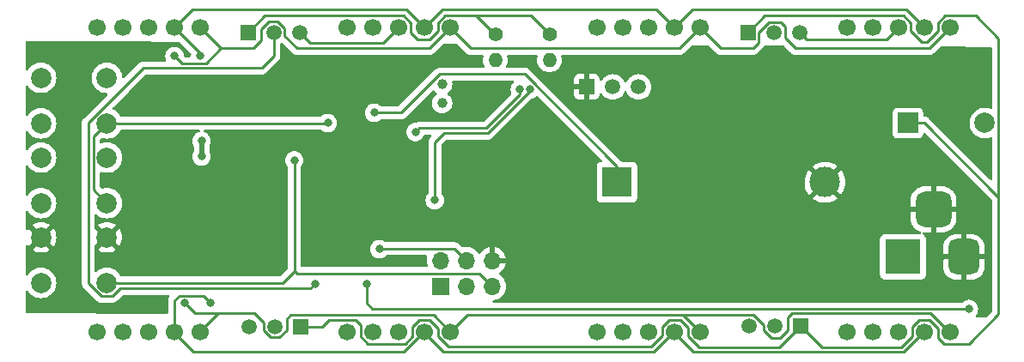
<source format=gbr>
%TF.GenerationSoftware,KiCad,Pcbnew,(6.0.4)*%
%TF.CreationDate,2022-04-24T19:44:17+02:00*%
%TF.ProjectId,fancy-clock,66616e63-792d-4636-9c6f-636b2e6b6963,rev 1.0*%
%TF.SameCoordinates,Original*%
%TF.FileFunction,Copper,L2,Bot*%
%TF.FilePolarity,Positive*%
%FSLAX46Y46*%
G04 Gerber Fmt 4.6, Leading zero omitted, Abs format (unit mm)*
G04 Created by KiCad (PCBNEW (6.0.4)) date 2022-04-24 19:44:17*
%MOMM*%
%LPD*%
G01*
G04 APERTURE LIST*
G04 Aperture macros list*
%AMRoundRect*
0 Rectangle with rounded corners*
0 $1 Rounding radius*
0 $2 $3 $4 $5 $6 $7 $8 $9 X,Y pos of 4 corners*
0 Add a 4 corners polygon primitive as box body*
4,1,4,$2,$3,$4,$5,$6,$7,$8,$9,$2,$3,0*
0 Add four circle primitives for the rounded corners*
1,1,$1+$1,$2,$3*
1,1,$1+$1,$4,$5*
1,1,$1+$1,$6,$7*
1,1,$1+$1,$8,$9*
0 Add four rect primitives between the rounded corners*
20,1,$1+$1,$2,$3,$4,$5,0*
20,1,$1+$1,$4,$5,$6,$7,0*
20,1,$1+$1,$6,$7,$8,$9,0*
20,1,$1+$1,$8,$9,$2,$3,0*%
G04 Aperture macros list end*
%TA.AperFunction,ComponentPad*%
%ADD10R,1.500000X1.500000*%
%TD*%
%TA.AperFunction,ComponentPad*%
%ADD11C,1.500000*%
%TD*%
%TA.AperFunction,ComponentPad*%
%ADD12C,1.000000*%
%TD*%
%TA.AperFunction,ComponentPad*%
%ADD13R,3.500000X3.500000*%
%TD*%
%TA.AperFunction,ComponentPad*%
%ADD14RoundRect,0.750000X0.750000X1.000000X-0.750000X1.000000X-0.750000X-1.000000X0.750000X-1.000000X0*%
%TD*%
%TA.AperFunction,ComponentPad*%
%ADD15RoundRect,0.875000X0.875000X0.875000X-0.875000X0.875000X-0.875000X-0.875000X0.875000X-0.875000X0*%
%TD*%
%TA.AperFunction,ComponentPad*%
%ADD16R,1.700000X1.700000*%
%TD*%
%TA.AperFunction,ComponentPad*%
%ADD17O,1.700000X1.700000*%
%TD*%
%TA.AperFunction,ComponentPad*%
%ADD18C,2.000000*%
%TD*%
%TA.AperFunction,ComponentPad*%
%ADD19C,1.400000*%
%TD*%
%TA.AperFunction,ComponentPad*%
%ADD20O,1.400000X1.400000*%
%TD*%
%TA.AperFunction,ComponentPad*%
%ADD21R,3.000000X3.000000*%
%TD*%
%TA.AperFunction,ComponentPad*%
%ADD22C,3.000000*%
%TD*%
%TA.AperFunction,ComponentPad*%
%ADD23R,2.000000X2.000000*%
%TD*%
%TA.AperFunction,ComponentPad*%
%ADD24C,1.700000*%
%TD*%
%TA.AperFunction,ViaPad*%
%ADD25C,0.800000*%
%TD*%
%TA.AperFunction,Conductor*%
%ADD26C,0.250000*%
%TD*%
%TA.AperFunction,Conductor*%
%ADD27C,0.500000*%
%TD*%
G04 APERTURE END LIST*
D10*
%TO.P,Q1,1,E*%
%TO.N,+5V*%
X132080000Y-90699000D03*
D11*
%TO.P,Q1,2,B*%
%TO.N,SD1*%
X129540000Y-90699000D03*
%TO.P,Q1,3,C*%
%TO.N,Net-(Q1-Pad3)*%
X127000000Y-90699000D03*
%TD*%
D12*
%TO.P,Y1,1,1*%
%TO.N,Net-(U2-Pad2)*%
X146007000Y-68641000D03*
%TO.P,Y1,2,2*%
%TO.N,Net-(U2-Pad3)*%
X146007000Y-66741000D03*
%TD*%
D10*
%TO.P,Q5,1,E*%
%TO.N,GND*%
X160274000Y-67035000D03*
D11*
%TO.P,Q5,2,B*%
%TO.N,Net-(Q5-Pad2)*%
X162814000Y-67035000D03*
%TO.P,Q5,3,C*%
%TO.N,Net-(BZ1-Pad2)*%
X165354000Y-67035000D03*
%TD*%
D13*
%TO.P,J2,1*%
%TO.N,Net-(U7-Pad1)*%
X191437000Y-83821000D03*
D14*
%TO.P,J2,2*%
%TO.N,GND*%
X197437000Y-83821000D03*
D15*
%TO.P,J2,3*%
X194437000Y-79121000D03*
%TD*%
D10*
%TO.P,Q3,1,E*%
%TO.N,+5V*%
X181356000Y-90678000D03*
D11*
%TO.P,Q3,2,B*%
%TO.N,SD3*%
X178816000Y-90678000D03*
%TO.P,Q3,3,C*%
%TO.N,Net-(Q3-Pad3)*%
X176276000Y-90678000D03*
%TD*%
D16*
%TO.P,J1,1,Pin_1*%
%TO.N,BUZZER*%
X145864000Y-86722000D03*
D17*
%TO.P,J1,2,Pin_2*%
%TO.N,+5V*%
X145864000Y-84182000D03*
%TO.P,J1,3,Pin_3*%
%TO.N,LED*%
X148404000Y-86722000D03*
%TO.P,J1,4,Pin_4*%
%TO.N,/PB3*%
X148404000Y-84182000D03*
%TO.P,J1,5,Pin_5*%
%TO.N,RESET*%
X150944000Y-86722000D03*
%TO.P,J1,6,Pin_6*%
%TO.N,GND*%
X150944000Y-84182000D03*
%TD*%
D18*
%TO.P,SW2,1,1*%
%TO.N,Net-(R13-Pad2)*%
X106478000Y-74008500D03*
X112978000Y-74008500D03*
%TO.P,SW2,2,2*%
%TO.N,BUTTON*%
X106478000Y-78508500D03*
X112978000Y-78508500D03*
%TD*%
D19*
%TO.P,TH1,1*%
%TO.N,+5V*%
X151257000Y-61849000D03*
D20*
%TO.P,TH1,2*%
%TO.N,TEMP*%
X151257000Y-64389000D03*
%TD*%
%TO.P,PR1,2*%
%TO.N,PHOTO*%
X156591000Y-64389000D03*
D19*
%TO.P,PR1,1*%
%TO.N,+5V*%
X156591000Y-61849000D03*
%TD*%
D21*
%TO.P,BT1,1,+*%
%TO.N,+BATT*%
X163261584Y-76454000D03*
D22*
%TO.P,BT1,2,-*%
%TO.N,GND*%
X183751584Y-76454000D03*
%TD*%
D10*
%TO.P,Q4,1,E*%
%TO.N,+5V*%
X176149000Y-61701000D03*
D11*
%TO.P,Q4,2,B*%
%TO.N,SD4*%
X178689000Y-61701000D03*
%TO.P,Q4,3,C*%
%TO.N,Net-(Q4-Pad3)*%
X181229000Y-61701000D03*
%TD*%
D18*
%TO.P,SW3,1,1*%
%TO.N,GND*%
X112978000Y-81882500D03*
X106478000Y-81882500D03*
%TO.P,SW3,2,2*%
%TO.N,RESET*%
X112978000Y-86382500D03*
X106478000Y-86382500D03*
%TD*%
D10*
%TO.P,Q2,1,E*%
%TO.N,+5V*%
X126873000Y-61701000D03*
D11*
%TO.P,Q2,2,B*%
%TO.N,SD2*%
X129413000Y-61701000D03*
%TO.P,Q2,3,C*%
%TO.N,Net-(Q2-Pad3)*%
X131953000Y-61701000D03*
%TD*%
D23*
%TO.P,BZ1,1,-*%
%TO.N,+5V*%
X191907000Y-70612000D03*
D18*
%TO.P,BZ1,2,+*%
%TO.N,Net-(BZ1-Pad2)*%
X199507000Y-70612000D03*
%TD*%
%TO.P,SW1,1,1*%
%TO.N,Net-(R14-Pad2)*%
X112978000Y-66134500D03*
X106478000Y-66134500D03*
%TO.P,SW1,2,2*%
%TO.N,BUTTON*%
X106478000Y-70634500D03*
X112978000Y-70634500D03*
%TD*%
D24*
%TO.P,U4,1,E*%
%TO.N,/E*%
X136652000Y-61200000D03*
%TO.P,U4,2,D*%
%TO.N,/D*%
X139192000Y-61200000D03*
%TO.P,U4,3,CA*%
%TO.N,Net-(Q2-Pad3)*%
X141732000Y-61200000D03*
%TO.P,U4,4,C*%
%TO.N,/C*%
X144272000Y-61200000D03*
%TO.P,U4,5,DP*%
%TO.N,/DP*%
X146812000Y-61200000D03*
%TO.P,U4,6,B*%
%TO.N,/B*%
X146812000Y-91200000D03*
%TO.P,U4,7,A*%
%TO.N,/A*%
X144272000Y-91200000D03*
%TO.P,U4,8,CA*%
%TO.N,Net-(Q2-Pad3)*%
X141732000Y-91200000D03*
%TO.P,U4,9,F*%
%TO.N,/F*%
X139192000Y-91200000D03*
%TO.P,U4,10,G*%
%TO.N,/G*%
X136652000Y-91200000D03*
%TD*%
%TO.P,U6,1,E*%
%TO.N,/E*%
X185928000Y-61200000D03*
%TO.P,U6,2,D*%
%TO.N,/D*%
X188468000Y-61200000D03*
%TO.P,U6,3,CA*%
%TO.N,Net-(Q4-Pad3)*%
X191008000Y-61200000D03*
%TO.P,U6,4,C*%
%TO.N,/C*%
X193548000Y-61200000D03*
%TO.P,U6,5,DP*%
%TO.N,/DP*%
X196088000Y-61200000D03*
%TO.P,U6,6,B*%
%TO.N,/B*%
X196088000Y-91200000D03*
%TO.P,U6,7,A*%
%TO.N,/A*%
X193548000Y-91200000D03*
%TO.P,U6,8,CA*%
%TO.N,Net-(Q4-Pad3)*%
X191008000Y-91200000D03*
%TO.P,U6,9,F*%
%TO.N,/F*%
X188468000Y-91200000D03*
%TO.P,U6,10,G*%
%TO.N,/G*%
X185928000Y-91200000D03*
%TD*%
%TO.P,U5,1,E*%
%TO.N,/E*%
X161290000Y-61200000D03*
%TO.P,U5,2,D*%
%TO.N,/D*%
X163830000Y-61200000D03*
%TO.P,U5,3,CA*%
%TO.N,Net-(Q3-Pad3)*%
X166370000Y-61200000D03*
%TO.P,U5,4,C*%
%TO.N,/C*%
X168910000Y-61200000D03*
%TO.P,U5,5,DP*%
%TO.N,/DP*%
X171450000Y-61200000D03*
%TO.P,U5,6,B*%
%TO.N,/B*%
X171450000Y-91200000D03*
%TO.P,U5,7,A*%
%TO.N,/A*%
X168910000Y-91200000D03*
%TO.P,U5,8,CA*%
%TO.N,Net-(Q3-Pad3)*%
X166370000Y-91200000D03*
%TO.P,U5,9,F*%
%TO.N,/F*%
X163830000Y-91200000D03*
%TO.P,U5,10,G*%
%TO.N,/G*%
X161290000Y-91200000D03*
%TD*%
%TO.P,U3,1,E*%
%TO.N,/E*%
X112014000Y-61200000D03*
%TO.P,U3,2,D*%
%TO.N,/D*%
X114554000Y-61200000D03*
%TO.P,U3,3,CA*%
%TO.N,Net-(Q1-Pad3)*%
X117094000Y-61200000D03*
%TO.P,U3,4,C*%
%TO.N,/C*%
X119634000Y-61200000D03*
%TO.P,U3,5,DP*%
%TO.N,/DP*%
X122174000Y-61200000D03*
%TO.P,U3,6,B*%
%TO.N,/B*%
X122174000Y-91200000D03*
%TO.P,U3,7,A*%
%TO.N,/A*%
X119634000Y-91200000D03*
%TO.P,U3,8,CA*%
%TO.N,Net-(Q1-Pad3)*%
X117094000Y-91200000D03*
%TO.P,U3,9,F*%
%TO.N,/F*%
X114554000Y-91200000D03*
%TO.P,U3,10,G*%
%TO.N,/G*%
X112014000Y-91200000D03*
%TD*%
D25*
%TO.N,+BATT*%
X139319000Y-69596000D03*
%TO.N,GND*%
X139319000Y-76454000D03*
X148209000Y-73406000D03*
X148209000Y-78359000D03*
X125857000Y-77470000D03*
X125603000Y-75565000D03*
X155575000Y-80391000D03*
X141224000Y-65786000D03*
X148209000Y-75946000D03*
X120523000Y-79248000D03*
X155575000Y-73787000D03*
X118618000Y-75565000D03*
X153670000Y-85344000D03*
X115824000Y-67564000D03*
%TO.N,+5V*%
X122301000Y-73914000D03*
X122301000Y-72390000D03*
%TO.N,/PB3*%
X139827000Y-83058000D03*
%TO.N,RESET*%
X131445000Y-74295000D03*
%TO.N,PHOTO*%
X154669503Y-67310000D03*
X145288000Y-78232000D03*
%TO.N,SD2*%
X133477000Y-86487000D03*
%TO.N,SD4*%
X138557000Y-86487000D03*
X197934520Y-88958480D03*
%TO.N,/C*%
X122174000Y-64008000D03*
%TO.N,/DP*%
X119634000Y-64008000D03*
%TO.N,/B*%
X120650000Y-88392000D03*
%TO.N,/A*%
X123190000Y-88392000D03*
%TO.N,BUTTON*%
X134747000Y-70612000D03*
%TO.N,TEMP*%
X153670000Y-67310000D03*
X143383000Y-71501000D03*
%TD*%
D26*
%TO.N,+BATT*%
X139319000Y-69596000D02*
X141986000Y-69596000D01*
X163261584Y-74877467D02*
X163261584Y-76454000D01*
X141986000Y-69595964D02*
X145795964Y-65786000D01*
X145795964Y-65786000D02*
X154170117Y-65786000D01*
X141986000Y-69596000D02*
X141986000Y-69595964D01*
X154170117Y-65786000D02*
X163261584Y-74877467D01*
%TO.N,+5V*%
X142218499Y-60025489D02*
X128548511Y-60025489D01*
X170275489Y-90815707D02*
X170275489Y-91686499D01*
X194913489Y-61499511D02*
X194913489Y-60713501D01*
X146630001Y-92679011D02*
X166654989Y-92679011D01*
X200862511Y-62305511D02*
X200862511Y-77926511D01*
X137523489Y-90025489D02*
X138017489Y-90519489D01*
X193297990Y-62611000D02*
X192182511Y-61495521D01*
X192373489Y-91686499D02*
X191291508Y-92768480D01*
X192373489Y-90713501D02*
X192373489Y-91686499D01*
X144758499Y-62374511D02*
X145637489Y-61495521D01*
X144758499Y-90025489D02*
X145637489Y-90904479D01*
D27*
X122301000Y-72390000D02*
X122301000Y-73914000D01*
D26*
X134891511Y-90025489D02*
X137523489Y-90025489D01*
X195498511Y-92374511D02*
X194913489Y-91789489D01*
X128548511Y-60025489D02*
X126873000Y-61701000D01*
X197947489Y-92374511D02*
X195498511Y-92374511D01*
X154767489Y-60025489D02*
X156591000Y-61849000D01*
X183446480Y-92768480D02*
X191291508Y-92768480D01*
X194913489Y-90904479D02*
X194034499Y-90025489D01*
X193548000Y-70612000D02*
X200862511Y-77926511D01*
X194913489Y-60713501D02*
X195601501Y-60025489D01*
X198582489Y-60025489D02*
X200862511Y-62305511D01*
X138705501Y-92374511D02*
X142409477Y-92374511D01*
X143097489Y-91686499D02*
X143097489Y-90713501D01*
X138017489Y-91686499D02*
X138705501Y-92374511D01*
X193061501Y-90025489D02*
X192373489Y-90713501D01*
X143097489Y-90713501D02*
X143785501Y-90025489D01*
X166654989Y-92679011D02*
X167735489Y-91598511D01*
X170275489Y-91686499D02*
X171357470Y-92768480D01*
X169485271Y-90025489D02*
X170275489Y-90815707D01*
X143594523Y-62374511D02*
X142906511Y-61686499D01*
X171357470Y-92768480D02*
X179265520Y-92768480D01*
X145637489Y-90904479D02*
X145637489Y-91686499D01*
X191907000Y-70612000D02*
X193548000Y-70612000D01*
X134218000Y-90699000D02*
X134891511Y-90025489D01*
X142409477Y-92374511D02*
X143097489Y-91686499D01*
X181356000Y-90678000D02*
X183446480Y-92768480D01*
X193802000Y-62611000D02*
X194913489Y-61499511D01*
X145637489Y-61495521D02*
X145637489Y-60713501D01*
X132080000Y-90699000D02*
X134218000Y-90699000D01*
X138017489Y-90519489D02*
X138017489Y-91686499D01*
X192182511Y-61495521D02*
X192182511Y-60713501D01*
X142906511Y-61686499D02*
X142906511Y-60713501D01*
X142906511Y-60713501D02*
X142218499Y-60025489D01*
X177824511Y-60025489D02*
X176149000Y-61701000D01*
X192182511Y-60713501D02*
X191494499Y-60025489D01*
X167735489Y-90713501D02*
X168423501Y-90025489D01*
X167735489Y-91598511D02*
X167735489Y-90713501D01*
X146325501Y-60025489D02*
X148312989Y-60025489D01*
X193802000Y-62611000D02*
X193297990Y-62611000D01*
X200862511Y-77926511D02*
X200862511Y-89459489D01*
X148312989Y-60025489D02*
X149306489Y-60025489D01*
X145637489Y-91686499D02*
X146630001Y-92679011D01*
X145637489Y-60713501D02*
X146325501Y-60025489D01*
X194034499Y-90025489D02*
X193061501Y-90025489D01*
X200862511Y-89459489D02*
X197947489Y-92374511D01*
X179265520Y-92768480D02*
X181356000Y-90678000D01*
X149306489Y-60025489D02*
X151257000Y-61976000D01*
X194913489Y-91789489D02*
X194913489Y-90904479D01*
X191494499Y-60025489D02*
X177824511Y-60025489D01*
X148312989Y-60025489D02*
X154767489Y-60025489D01*
X195601501Y-60025489D02*
X198582489Y-60025489D01*
X144758499Y-62374511D02*
X143594523Y-62374511D01*
X143785501Y-90025489D02*
X144758499Y-90025489D01*
X168423501Y-90025489D02*
X169485271Y-90025489D01*
%TO.N,/PB3*%
X147229489Y-83007489D02*
X139877511Y-83007489D01*
X148404000Y-84182000D02*
X147229489Y-83007489D01*
X139877511Y-83007489D02*
X139827000Y-83058000D01*
%TO.N,RESET*%
X112978000Y-86382500D02*
X130279500Y-86382500D01*
X130279500Y-86382500D02*
X131445000Y-85217000D01*
X131699000Y-85471000D02*
X131445000Y-85217000D01*
X150944000Y-86722000D02*
X149693000Y-85471000D01*
X131445000Y-85217000D02*
X131445000Y-74295000D01*
X149693000Y-85471000D02*
X131699000Y-85471000D01*
%TO.N,PHOTO*%
X150495718Y-71628000D02*
X154669503Y-67454215D01*
X145288000Y-72517000D02*
X146177000Y-71628000D01*
X146177000Y-71628000D02*
X150495718Y-71628000D01*
X154669503Y-67454215D02*
X154669503Y-67310000D01*
X145288000Y-78232000D02*
X145288000Y-72517000D01*
%TO.N,Net-(Q2-Pad3)*%
X140194000Y-62738000D02*
X132990000Y-62738000D01*
X132990000Y-62738000D02*
X131953000Y-61701000D01*
X141732000Y-61200000D02*
X140194000Y-62738000D01*
%TO.N,SD2*%
X111125000Y-70614357D02*
X116557326Y-65182031D01*
X112429368Y-87707011D02*
X111125000Y-86402643D01*
X113526632Y-87707011D02*
X112429368Y-87707011D01*
X128238969Y-65182031D02*
X129413000Y-64008000D01*
X116557326Y-65182031D02*
X128238969Y-65182031D01*
X133032868Y-86931132D02*
X114302511Y-86931132D01*
X133477000Y-86487000D02*
X133032868Y-86931132D01*
X129413000Y-64008000D02*
X129413000Y-61701000D01*
X114302511Y-86931132D02*
X113526632Y-87707011D01*
X111125000Y-86402643D02*
X111125000Y-70614357D01*
%TO.N,Net-(Q4-Pad3)*%
X181902511Y-62374511D02*
X181229000Y-61701000D01*
X191008000Y-61200000D02*
X189833489Y-62374511D01*
X189833489Y-62374511D02*
X181902511Y-62374511D01*
%TO.N,SD4*%
X197934520Y-88958480D02*
X139123480Y-88958480D01*
X139123480Y-88958480D02*
X138557000Y-88392000D01*
X138557000Y-88392000D02*
X138557000Y-86487000D01*
%TO.N,/C*%
X122174000Y-64008000D02*
X122174000Y-63740000D01*
X170674000Y-59436000D02*
X191784000Y-59436000D01*
X167146000Y-59436000D02*
X168910000Y-61200000D01*
X168910000Y-61200000D02*
X170674000Y-59436000D01*
X191784000Y-59436000D02*
X193548000Y-61200000D01*
X146036000Y-59436000D02*
X167146000Y-59436000D01*
X119634000Y-61200000D02*
X121398000Y-59436000D01*
X142508000Y-59436000D02*
X144272000Y-61200000D01*
X144272000Y-61200000D02*
X146036000Y-59436000D01*
X121398000Y-59436000D02*
X142508000Y-59436000D01*
X122174000Y-63740000D02*
X119634000Y-61200000D01*
%TO.N,/DP*%
X128143000Y-61341000D02*
X128143000Y-62484000D01*
X128905000Y-60579000D02*
X128143000Y-61341000D01*
X127381000Y-63246000D02*
X124220000Y-63246000D01*
X194042000Y-63246000D02*
X180863433Y-63246000D01*
X169404000Y-63246000D02*
X171450000Y-61200000D01*
X180863433Y-63246000D02*
X179832000Y-62214567D01*
X146812000Y-61200000D02*
X148858000Y-63246000D01*
X179832000Y-62214567D02*
X179832000Y-61087000D01*
X148858000Y-63246000D02*
X169404000Y-63246000D01*
X122733489Y-64732511D02*
X124220000Y-63246000D01*
X122174000Y-61200000D02*
X124220000Y-63246000D01*
X130487511Y-62034511D02*
X130487511Y-61255922D01*
X130487511Y-61255922D02*
X129810589Y-60579000D01*
X120358511Y-64732511D02*
X122733489Y-64732511D01*
X144766000Y-63246000D02*
X131699000Y-63246000D01*
X179371489Y-60626489D02*
X178243922Y-60626489D01*
X177223511Y-62679489D02*
X176657000Y-63246000D01*
X129810589Y-60579000D02*
X128905000Y-60579000D01*
X194042000Y-63246000D02*
X196088000Y-61200000D01*
X179832000Y-61087000D02*
X179371489Y-60626489D01*
X171450000Y-61200000D02*
X173496000Y-63246000D01*
X128143000Y-62484000D02*
X127381000Y-63246000D01*
X176657000Y-63246000D02*
X173496000Y-63246000D01*
X146812000Y-61200000D02*
X144766000Y-63246000D01*
X131699000Y-63246000D02*
X130487511Y-62034511D01*
X177223511Y-61646900D02*
X177223511Y-62679489D01*
X119634000Y-64008000D02*
X120358511Y-64732511D01*
X178243922Y-60626489D02*
X177223511Y-61646900D01*
%TO.N,/B*%
X178435000Y-91821000D02*
X177673000Y-91059000D01*
X145187969Y-89575969D02*
X146812000Y-91200000D01*
X120650000Y-88392000D02*
X121666000Y-89408000D01*
X129094922Y-91773511D02*
X129985078Y-91773511D01*
X195992000Y-91258500D02*
X194141500Y-89408000D01*
X169785000Y-89535000D02*
X171450000Y-91200000D01*
X179324000Y-91821000D02*
X178435000Y-91821000D01*
X180086000Y-91059000D02*
X179324000Y-91821000D01*
X122078000Y-91258500D02*
X123928500Y-89408000D01*
X123928500Y-89408000D02*
X127508000Y-89408000D01*
X180476978Y-89408000D02*
X180086000Y-89798978D01*
X146812000Y-91200000D02*
X148477000Y-89535000D01*
X131054009Y-89575969D02*
X145187969Y-89575969D01*
X121666000Y-89408000D02*
X123928500Y-89408000D01*
X148477000Y-89535000D02*
X169785000Y-89535000D01*
X127508000Y-89408000D02*
X128397000Y-90297000D01*
X130698489Y-91060100D02*
X130698489Y-89931489D01*
X130698489Y-89931489D02*
X131054009Y-89575969D01*
X177673000Y-91059000D02*
X177673000Y-90551000D01*
X128397000Y-91075589D02*
X129094922Y-91773511D01*
X177673000Y-90551000D02*
X176657000Y-89535000D01*
X176657000Y-89535000D02*
X169785000Y-89535000D01*
X129985078Y-91773511D02*
X130698489Y-91060100D01*
X180086000Y-89798978D02*
X180086000Y-91059000D01*
X194141500Y-89408000D02*
X180476978Y-89408000D01*
X128397000Y-90297000D02*
X128397000Y-91075589D01*
%TO.N,/A*%
X146135500Y-93218000D02*
X166854500Y-93218000D01*
X122465489Y-87667489D02*
X120104511Y-87667489D01*
X119538000Y-91258500D02*
X121497500Y-93218000D01*
X120104511Y-87667489D02*
X119634000Y-88138000D01*
X142216500Y-93218000D02*
X144176000Y-91258500D01*
X166854500Y-93218000D02*
X168814000Y-91258500D01*
X168814000Y-91258500D02*
X170773500Y-93218000D01*
X121497500Y-93218000D02*
X142216500Y-93218000D01*
X119634000Y-88138000D02*
X119634000Y-91200000D01*
X144176000Y-91258500D02*
X146135500Y-93218000D01*
X191492500Y-93218000D02*
X193452000Y-91258500D01*
X123190000Y-88392000D02*
X122465489Y-87667489D01*
X170773500Y-93218000D02*
X191492500Y-93218000D01*
%TO.N,BUTTON*%
X111653489Y-71959011D02*
X112978000Y-70634500D01*
X112978000Y-70634500D02*
X134515500Y-70634500D01*
X111653489Y-77183989D02*
X111653489Y-71959011D01*
X112978000Y-78508500D02*
X111653489Y-77183989D01*
%TO.N,TEMP*%
X143764000Y-71120000D02*
X143383000Y-71501000D01*
X153670000Y-67818000D02*
X150368000Y-71120000D01*
X150368000Y-71120000D02*
X143764000Y-71120000D01*
X153670000Y-67310000D02*
X153670000Y-67818000D01*
%TD*%
%TA.AperFunction,Conductor*%
%TO.N,GND*%
G36*
X130275043Y-62723657D02*
G01*
X130300273Y-62743177D01*
X131195343Y-63638247D01*
X131202887Y-63646537D01*
X131207000Y-63653018D01*
X131212777Y-63658443D01*
X131256667Y-63699658D01*
X131259494Y-63702398D01*
X131279230Y-63722134D01*
X131282420Y-63724608D01*
X131291446Y-63732317D01*
X131323679Y-63762586D01*
X131334858Y-63768732D01*
X131341432Y-63772346D01*
X131357956Y-63783199D01*
X131373959Y-63795613D01*
X131414539Y-63813174D01*
X131425173Y-63818383D01*
X131463940Y-63839695D01*
X131471617Y-63841666D01*
X131471622Y-63841668D01*
X131483558Y-63844732D01*
X131502266Y-63851137D01*
X131520855Y-63859181D01*
X131528683Y-63860421D01*
X131528690Y-63860423D01*
X131564524Y-63866099D01*
X131576144Y-63868505D01*
X131607959Y-63876673D01*
X131618970Y-63879500D01*
X131639224Y-63879500D01*
X131658934Y-63881051D01*
X131678943Y-63884220D01*
X131686835Y-63883474D01*
X131705580Y-63881702D01*
X131722962Y-63880059D01*
X131734819Y-63879500D01*
X144687233Y-63879500D01*
X144698416Y-63880027D01*
X144705909Y-63881702D01*
X144713835Y-63881453D01*
X144713836Y-63881453D01*
X144773986Y-63879562D01*
X144777945Y-63879500D01*
X144805856Y-63879500D01*
X144809791Y-63879003D01*
X144809856Y-63878995D01*
X144821693Y-63878062D01*
X144853951Y-63877048D01*
X144857970Y-63876922D01*
X144865889Y-63876673D01*
X144885343Y-63871021D01*
X144904700Y-63867013D01*
X144916930Y-63865468D01*
X144916931Y-63865468D01*
X144924797Y-63864474D01*
X144932168Y-63861555D01*
X144932170Y-63861555D01*
X144965912Y-63848196D01*
X144977142Y-63844351D01*
X145011983Y-63834229D01*
X145011984Y-63834229D01*
X145019593Y-63832018D01*
X145026412Y-63827985D01*
X145026417Y-63827983D01*
X145037028Y-63821707D01*
X145054776Y-63813012D01*
X145073617Y-63805552D01*
X145093987Y-63790753D01*
X145109387Y-63779564D01*
X145119307Y-63773048D01*
X145150535Y-63754580D01*
X145150538Y-63754578D01*
X145157362Y-63750542D01*
X145171683Y-63736221D01*
X145186717Y-63723380D01*
X145188432Y-63722134D01*
X145203107Y-63711472D01*
X145231298Y-63677395D01*
X145239288Y-63668616D01*
X146118178Y-62789726D01*
X146180490Y-62755700D01*
X146208088Y-62752824D01*
X147425414Y-62760698D01*
X147493404Y-62781140D01*
X147513694Y-62797600D01*
X148354352Y-63638258D01*
X148361887Y-63646538D01*
X148366000Y-63653018D01*
X148387095Y-63672827D01*
X148415651Y-63699643D01*
X148418493Y-63702398D01*
X148438230Y-63722135D01*
X148441427Y-63724615D01*
X148450447Y-63732318D01*
X148482679Y-63762586D01*
X148489625Y-63766405D01*
X148489628Y-63766407D01*
X148500434Y-63772348D01*
X148516953Y-63783199D01*
X148532959Y-63795614D01*
X148540228Y-63798759D01*
X148540232Y-63798762D01*
X148573537Y-63813174D01*
X148584186Y-63818390D01*
X148622940Y-63839695D01*
X148630615Y-63841666D01*
X148630616Y-63841666D01*
X148642562Y-63844733D01*
X148661266Y-63851137D01*
X148661269Y-63851138D01*
X148679855Y-63859181D01*
X148687678Y-63860420D01*
X148687688Y-63860423D01*
X148723524Y-63866099D01*
X148735144Y-63868505D01*
X148766959Y-63876673D01*
X148777970Y-63879500D01*
X148798224Y-63879500D01*
X148817934Y-63881051D01*
X148837943Y-63884220D01*
X148845835Y-63883474D01*
X148864580Y-63881702D01*
X148881962Y-63880059D01*
X148893819Y-63879500D01*
X149978183Y-63879500D01*
X150046304Y-63899502D01*
X150092797Y-63953158D01*
X150102901Y-64023432D01*
X150099892Y-64038102D01*
X150062314Y-64178345D01*
X150043884Y-64389000D01*
X150062314Y-64599655D01*
X150063738Y-64604968D01*
X150063738Y-64604970D01*
X150113008Y-64788846D01*
X150117044Y-64803910D01*
X150119366Y-64808891D01*
X150119367Y-64808892D01*
X150196009Y-64973250D01*
X150206670Y-65043441D01*
X150177690Y-65108254D01*
X150118271Y-65147111D01*
X150081814Y-65152500D01*
X145874732Y-65152500D01*
X145863549Y-65151973D01*
X145856056Y-65150298D01*
X145848130Y-65150547D01*
X145848129Y-65150547D01*
X145787966Y-65152438D01*
X145784008Y-65152500D01*
X145756108Y-65152500D01*
X145752118Y-65153004D01*
X145740284Y-65153936D01*
X145696075Y-65155326D01*
X145688461Y-65157538D01*
X145688456Y-65157539D01*
X145676623Y-65160977D01*
X145657260Y-65164988D01*
X145637167Y-65167526D01*
X145629800Y-65170443D01*
X145629795Y-65170444D01*
X145596056Y-65183802D01*
X145584829Y-65187646D01*
X145542371Y-65199982D01*
X145535545Y-65204019D01*
X145524936Y-65210293D01*
X145507188Y-65218988D01*
X145488347Y-65226448D01*
X145481931Y-65231110D01*
X145481930Y-65231110D01*
X145452577Y-65252436D01*
X145442657Y-65258952D01*
X145411429Y-65277420D01*
X145411426Y-65277422D01*
X145404602Y-65281458D01*
X145390281Y-65295779D01*
X145375248Y-65308619D01*
X145358857Y-65320528D01*
X145350181Y-65331016D01*
X145330666Y-65354605D01*
X145322676Y-65363384D01*
X141760464Y-68925595D01*
X141698152Y-68959621D01*
X141671369Y-68962500D01*
X140027200Y-68962500D01*
X139959079Y-68942498D01*
X139939853Y-68926157D01*
X139939580Y-68926460D01*
X139934668Y-68922037D01*
X139930253Y-68917134D01*
X139850780Y-68859393D01*
X139781094Y-68808763D01*
X139781093Y-68808762D01*
X139775752Y-68804882D01*
X139769724Y-68802198D01*
X139769722Y-68802197D01*
X139607319Y-68729891D01*
X139607318Y-68729891D01*
X139601288Y-68727206D01*
X139507888Y-68707353D01*
X139420944Y-68688872D01*
X139420939Y-68688872D01*
X139414487Y-68687500D01*
X139223513Y-68687500D01*
X139217061Y-68688872D01*
X139217056Y-68688872D01*
X139130112Y-68707353D01*
X139036712Y-68727206D01*
X139030682Y-68729891D01*
X139030681Y-68729891D01*
X138868278Y-68802197D01*
X138868276Y-68802198D01*
X138862248Y-68804882D01*
X138856907Y-68808762D01*
X138856906Y-68808763D01*
X138836025Y-68823934D01*
X138707747Y-68917134D01*
X138703326Y-68922044D01*
X138703325Y-68922045D01*
X138585252Y-69053179D01*
X138579960Y-69059056D01*
X138545571Y-69118620D01*
X138490259Y-69214423D01*
X138484473Y-69224444D01*
X138425458Y-69406072D01*
X138424768Y-69412633D01*
X138424768Y-69412635D01*
X138409230Y-69560469D01*
X138405496Y-69596000D01*
X138406186Y-69602565D01*
X138420824Y-69741834D01*
X138425458Y-69785928D01*
X138484473Y-69967556D01*
X138487776Y-69973278D01*
X138487777Y-69973279D01*
X138521686Y-70032010D01*
X138579960Y-70132944D01*
X138584378Y-70137851D01*
X138584379Y-70137852D01*
X138676753Y-70240444D01*
X138707747Y-70274866D01*
X138862248Y-70387118D01*
X138868276Y-70389802D01*
X138868278Y-70389803D01*
X139002574Y-70449595D01*
X139036712Y-70464794D01*
X139125286Y-70483621D01*
X139217056Y-70503128D01*
X139217061Y-70503128D01*
X139223513Y-70504500D01*
X139414487Y-70504500D01*
X139420939Y-70503128D01*
X139420944Y-70503128D01*
X139512714Y-70483621D01*
X139601288Y-70464794D01*
X139635426Y-70449595D01*
X139769722Y-70389803D01*
X139769724Y-70389802D01*
X139775752Y-70387118D01*
X139930253Y-70274866D01*
X139934668Y-70269963D01*
X139939580Y-70265540D01*
X139940705Y-70266789D01*
X139994014Y-70233949D01*
X140027200Y-70229500D01*
X141907614Y-70229500D01*
X141918523Y-70230015D01*
X141925909Y-70231666D01*
X141933475Y-70231428D01*
X141934352Y-70231553D01*
X141935102Y-70231600D01*
X141937789Y-70231811D01*
X141938272Y-70231819D01*
X141945906Y-70233275D01*
X142001951Y-70229749D01*
X142009862Y-70229500D01*
X142025856Y-70229500D01*
X142029786Y-70229004D01*
X142029795Y-70229003D01*
X142030238Y-70228947D01*
X142042075Y-70228014D01*
X142071712Y-70227083D01*
X142077970Y-70226886D01*
X142085889Y-70226637D01*
X142093153Y-70224527D01*
X142094038Y-70224429D01*
X142094845Y-70224275D01*
X142097417Y-70223826D01*
X142097885Y-70223714D01*
X142105650Y-70223225D01*
X142113189Y-70220776D01*
X142113192Y-70220775D01*
X142113487Y-70220679D01*
X142136631Y-70215506D01*
X142136935Y-70215468D01*
X142136940Y-70215467D01*
X142144797Y-70214474D01*
X142152163Y-70211557D01*
X142152165Y-70211557D01*
X142186253Y-70198061D01*
X142197483Y-70194216D01*
X142231983Y-70184193D01*
X142231984Y-70184193D01*
X142239593Y-70181982D01*
X142246109Y-70178128D01*
X142246913Y-70177825D01*
X142247564Y-70177518D01*
X142250054Y-70176394D01*
X142250487Y-70176165D01*
X142257875Y-70173764D01*
X142264655Y-70169461D01*
X142264831Y-70169350D01*
X142285958Y-70158585D01*
X142286244Y-70158472D01*
X142286250Y-70158469D01*
X142293617Y-70155552D01*
X142329648Y-70129374D01*
X142339570Y-70122856D01*
X142370539Y-70104542D01*
X142370544Y-70104538D01*
X142377362Y-70100506D01*
X142382722Y-70095146D01*
X142383388Y-70094678D01*
X142383886Y-70094266D01*
X142386105Y-70092488D01*
X142386471Y-70092155D01*
X142393018Y-70088000D01*
X142398659Y-70081993D01*
X142416446Y-70066312D01*
X142416691Y-70066134D01*
X142416693Y-70066132D01*
X142423107Y-70061472D01*
X142451466Y-70027192D01*
X142459455Y-70018413D01*
X145069658Y-67408211D01*
X145131970Y-67374185D01*
X145202786Y-67379250D01*
X145257498Y-67419042D01*
X145278035Y-67444953D01*
X145282728Y-67448947D01*
X145282729Y-67448948D01*
X145382937Y-67534231D01*
X145428650Y-67573136D01*
X145439708Y-67579316D01*
X145441536Y-67580338D01*
X145491241Y-67631033D01*
X145505647Y-67700552D01*
X145480182Y-67766825D01*
X145452055Y-67792971D01*
X145452110Y-67793040D01*
X145297975Y-67916968D01*
X145170846Y-68068474D01*
X145167879Y-68073872D01*
X145167875Y-68073877D01*
X145110197Y-68178794D01*
X145075567Y-68241787D01*
X145073706Y-68247654D01*
X145073705Y-68247656D01*
X145057638Y-68298307D01*
X145015765Y-68430306D01*
X144993719Y-68626851D01*
X144994235Y-68632995D01*
X145008443Y-68802197D01*
X145010268Y-68823934D01*
X145011967Y-68829858D01*
X145049176Y-68959621D01*
X145064783Y-69014050D01*
X145090852Y-69064774D01*
X145136692Y-69153968D01*
X145155187Y-69189956D01*
X145278035Y-69344953D01*
X145428650Y-69473136D01*
X145601294Y-69569624D01*
X145789392Y-69630740D01*
X145985777Y-69654158D01*
X145991912Y-69653686D01*
X145991914Y-69653686D01*
X146176830Y-69639457D01*
X146176834Y-69639456D01*
X146182972Y-69638984D01*
X146373463Y-69585798D01*
X146378967Y-69583018D01*
X146378969Y-69583017D01*
X146544495Y-69499404D01*
X146544497Y-69499403D01*
X146549996Y-69496625D01*
X146705847Y-69374861D01*
X146835078Y-69225145D01*
X146932769Y-69053179D01*
X146995197Y-68865513D01*
X147019985Y-68669295D01*
X147020380Y-68641000D01*
X147001080Y-68444167D01*
X146943916Y-68254831D01*
X146851066Y-68080204D01*
X146768967Y-67979541D01*
X146729960Y-67931713D01*
X146729957Y-67931710D01*
X146726065Y-67926938D01*
X146714014Y-67916968D01*
X146578428Y-67804802D01*
X146573675Y-67800870D01*
X146568249Y-67797936D01*
X146563945Y-67795033D01*
X146518656Y-67740357D01*
X146510116Y-67669876D01*
X146541036Y-67605967D01*
X146556831Y-67591285D01*
X146700991Y-67478655D01*
X146705847Y-67474861D01*
X146835078Y-67325145D01*
X146932769Y-67153179D01*
X146995197Y-66965513D01*
X147019985Y-66769295D01*
X147020380Y-66741000D01*
X147002416Y-66557795D01*
X147015675Y-66488048D01*
X147064538Y-66436541D01*
X147127815Y-66419500D01*
X152966581Y-66419500D01*
X153034702Y-66439502D01*
X153081195Y-66493158D01*
X153091299Y-66563432D01*
X153061805Y-66628012D01*
X153058745Y-66631132D01*
X153058747Y-66631134D01*
X152930960Y-66773056D01*
X152835473Y-66938444D01*
X152776458Y-67120072D01*
X152775768Y-67126633D01*
X152775768Y-67126635D01*
X152772978Y-67153179D01*
X152756496Y-67310000D01*
X152757186Y-67316565D01*
X152774851Y-67484635D01*
X152776458Y-67499928D01*
X152778498Y-67506206D01*
X152830022Y-67664780D01*
X152832050Y-67735747D01*
X152799284Y-67792811D01*
X150142500Y-70449595D01*
X150080188Y-70483621D01*
X150053405Y-70486500D01*
X143842763Y-70486500D01*
X143831579Y-70485973D01*
X143824091Y-70484299D01*
X143816168Y-70484548D01*
X143756033Y-70486438D01*
X143752075Y-70486500D01*
X143724144Y-70486500D01*
X143720229Y-70486995D01*
X143720225Y-70486995D01*
X143720167Y-70487003D01*
X143720138Y-70487006D01*
X143708296Y-70487939D01*
X143664110Y-70489327D01*
X143646744Y-70494372D01*
X143644658Y-70494978D01*
X143625306Y-70498986D01*
X143613068Y-70500532D01*
X143613066Y-70500533D01*
X143605203Y-70501526D01*
X143564086Y-70517806D01*
X143552885Y-70521641D01*
X143510406Y-70533982D01*
X143503587Y-70538015D01*
X143503582Y-70538017D01*
X143492971Y-70544293D01*
X143475221Y-70552990D01*
X143456383Y-70560448D01*
X143449965Y-70565111D01*
X143445391Y-70568434D01*
X143378524Y-70592294D01*
X143371328Y-70592500D01*
X143287513Y-70592500D01*
X143281061Y-70593872D01*
X143281056Y-70593872D01*
X143195773Y-70612000D01*
X143100712Y-70632206D01*
X143094682Y-70634891D01*
X143094681Y-70634891D01*
X142932278Y-70707197D01*
X142932276Y-70707198D01*
X142926248Y-70709882D01*
X142771747Y-70822134D01*
X142767326Y-70827044D01*
X142767325Y-70827045D01*
X142732001Y-70866277D01*
X142643960Y-70964056D01*
X142585686Y-71064990D01*
X142564264Y-71102094D01*
X142548473Y-71129444D01*
X142489458Y-71311072D01*
X142488768Y-71317633D01*
X142488768Y-71317635D01*
X142471333Y-71483519D01*
X142469496Y-71501000D01*
X142470186Y-71507565D01*
X142488122Y-71678213D01*
X142489458Y-71690928D01*
X142548473Y-71872556D01*
X142643960Y-72037944D01*
X142648378Y-72042851D01*
X142648379Y-72042852D01*
X142753350Y-72159434D01*
X142771747Y-72179866D01*
X142818753Y-72214018D01*
X142884876Y-72262059D01*
X142926248Y-72292118D01*
X142932276Y-72294802D01*
X142932278Y-72294803D01*
X143094681Y-72367109D01*
X143100712Y-72369794D01*
X143160602Y-72382524D01*
X143281056Y-72408128D01*
X143281061Y-72408128D01*
X143287513Y-72409500D01*
X143478487Y-72409500D01*
X143484939Y-72408128D01*
X143484944Y-72408128D01*
X143605398Y-72382524D01*
X143665288Y-72369794D01*
X143671319Y-72367109D01*
X143833722Y-72294803D01*
X143833724Y-72294802D01*
X143839752Y-72292118D01*
X143881125Y-72262059D01*
X143947247Y-72214018D01*
X143994253Y-72179866D01*
X144012650Y-72159434D01*
X144117621Y-72042852D01*
X144117622Y-72042851D01*
X144122040Y-72037944D01*
X144217527Y-71872556D01*
X144227922Y-71840562D01*
X144267996Y-71781958D01*
X144333393Y-71754321D01*
X144347755Y-71753500D01*
X144851405Y-71753500D01*
X144919526Y-71773502D01*
X144966019Y-71827158D01*
X144976123Y-71897432D01*
X144946629Y-71962012D01*
X144940500Y-71968595D01*
X144895747Y-72013348D01*
X144887461Y-72020888D01*
X144880982Y-72025000D01*
X144875557Y-72030777D01*
X144834357Y-72074651D01*
X144831602Y-72077493D01*
X144811865Y-72097230D01*
X144809385Y-72100427D01*
X144801682Y-72109447D01*
X144771414Y-72141679D01*
X144767595Y-72148625D01*
X144767593Y-72148628D01*
X144761652Y-72159434D01*
X144750801Y-72175953D01*
X144738386Y-72191959D01*
X144735241Y-72199228D01*
X144735238Y-72199232D01*
X144720826Y-72232537D01*
X144715609Y-72243187D01*
X144694305Y-72281940D01*
X144692334Y-72289615D01*
X144692334Y-72289616D01*
X144689267Y-72301562D01*
X144682863Y-72320266D01*
X144674819Y-72338855D01*
X144673580Y-72346678D01*
X144673577Y-72346688D01*
X144667901Y-72382524D01*
X144665495Y-72394144D01*
X144661905Y-72408128D01*
X144654500Y-72436970D01*
X144654500Y-72457224D01*
X144652949Y-72476934D01*
X144649780Y-72496943D01*
X144650526Y-72504835D01*
X144653941Y-72540961D01*
X144654500Y-72552819D01*
X144654500Y-77529476D01*
X144634498Y-77597597D01*
X144622142Y-77613779D01*
X144548960Y-77695056D01*
X144453473Y-77860444D01*
X144394458Y-78042072D01*
X144393768Y-78048633D01*
X144393768Y-78048635D01*
X144392946Y-78056460D01*
X144374496Y-78232000D01*
X144375186Y-78238565D01*
X144392970Y-78407767D01*
X144394458Y-78421928D01*
X144453473Y-78603556D01*
X144548960Y-78768944D01*
X144553378Y-78773851D01*
X144553379Y-78773852D01*
X144634660Y-78864124D01*
X144676747Y-78910866D01*
X144831248Y-79023118D01*
X144837276Y-79025802D01*
X144837278Y-79025803D01*
X144999681Y-79098109D01*
X145005712Y-79100794D01*
X145099113Y-79120647D01*
X145186056Y-79139128D01*
X145186061Y-79139128D01*
X145192513Y-79140500D01*
X145383487Y-79140500D01*
X145389939Y-79139128D01*
X145389944Y-79139128D01*
X145476887Y-79120647D01*
X145570288Y-79100794D01*
X145576319Y-79098109D01*
X145738722Y-79025803D01*
X145738724Y-79025802D01*
X145744752Y-79023118D01*
X145899253Y-78910866D01*
X145941340Y-78864124D01*
X145955061Y-78848885D01*
X192179000Y-78848885D01*
X192183475Y-78864124D01*
X192184865Y-78865329D01*
X192192548Y-78867000D01*
X194164885Y-78867000D01*
X194180124Y-78862525D01*
X194181329Y-78861135D01*
X194183000Y-78853452D01*
X194183000Y-78848885D01*
X194691000Y-78848885D01*
X194695475Y-78864124D01*
X194696865Y-78865329D01*
X194704548Y-78867000D01*
X196676885Y-78867000D01*
X196692124Y-78862525D01*
X196693329Y-78861135D01*
X196695000Y-78853452D01*
X196695000Y-78155370D01*
X196694909Y-78151984D01*
X196692118Y-78100455D01*
X196691045Y-78091811D01*
X196647920Y-77870982D01*
X196645006Y-77860754D01*
X196565636Y-77651260D01*
X196561038Y-77641662D01*
X196447507Y-77448540D01*
X196441354Y-77439851D01*
X196296899Y-77268608D01*
X196289392Y-77261101D01*
X196118149Y-77116646D01*
X196109460Y-77110493D01*
X195916338Y-76996962D01*
X195906740Y-76992364D01*
X195697246Y-76912994D01*
X195687018Y-76910080D01*
X195466189Y-76866955D01*
X195457545Y-76865882D01*
X195406016Y-76863091D01*
X195402630Y-76863000D01*
X194709115Y-76863000D01*
X194693876Y-76867475D01*
X194692671Y-76868865D01*
X194691000Y-76876548D01*
X194691000Y-78848885D01*
X194183000Y-78848885D01*
X194183000Y-76881115D01*
X194178525Y-76865876D01*
X194177135Y-76864671D01*
X194169452Y-76863000D01*
X193471370Y-76863000D01*
X193467984Y-76863091D01*
X193416455Y-76865882D01*
X193407811Y-76866955D01*
X193186982Y-76910080D01*
X193176754Y-76912994D01*
X192967260Y-76992364D01*
X192957662Y-76996962D01*
X192764540Y-77110493D01*
X192755851Y-77116646D01*
X192584608Y-77261101D01*
X192577101Y-77268608D01*
X192432646Y-77439851D01*
X192426493Y-77448540D01*
X192312962Y-77641662D01*
X192308364Y-77651260D01*
X192228994Y-77860754D01*
X192226080Y-77870982D01*
X192182955Y-78091811D01*
X192181882Y-78100455D01*
X192179091Y-78151984D01*
X192179000Y-78155370D01*
X192179000Y-78848885D01*
X145955061Y-78848885D01*
X146022621Y-78773852D01*
X146022622Y-78773851D01*
X146027040Y-78768944D01*
X146122527Y-78603556D01*
X146181542Y-78421928D01*
X146183031Y-78407767D01*
X146200814Y-78238565D01*
X146201504Y-78232000D01*
X146183054Y-78056460D01*
X146182232Y-78048635D01*
X146182232Y-78048633D01*
X146181542Y-78042072D01*
X146122527Y-77860444D01*
X146027040Y-77695056D01*
X145953863Y-77613785D01*
X145923147Y-77549779D01*
X145921500Y-77529476D01*
X145921500Y-72831595D01*
X145941502Y-72763474D01*
X145958405Y-72742499D01*
X146402501Y-72298404D01*
X146464813Y-72264379D01*
X146491596Y-72261500D01*
X150416951Y-72261500D01*
X150428134Y-72262027D01*
X150435627Y-72263702D01*
X150443553Y-72263453D01*
X150443554Y-72263453D01*
X150503704Y-72261562D01*
X150507663Y-72261500D01*
X150535574Y-72261500D01*
X150539509Y-72261003D01*
X150539574Y-72260995D01*
X150551411Y-72260062D01*
X150583669Y-72259048D01*
X150587688Y-72258922D01*
X150595607Y-72258673D01*
X150615061Y-72253021D01*
X150634418Y-72249013D01*
X150646648Y-72247468D01*
X150646649Y-72247468D01*
X150654515Y-72246474D01*
X150661886Y-72243555D01*
X150661888Y-72243555D01*
X150695630Y-72230196D01*
X150706860Y-72226351D01*
X150741701Y-72216229D01*
X150741702Y-72216229D01*
X150749311Y-72214018D01*
X150756130Y-72209985D01*
X150756135Y-72209983D01*
X150766746Y-72203707D01*
X150784494Y-72195012D01*
X150803335Y-72187552D01*
X150839105Y-72161564D01*
X150849025Y-72155048D01*
X150880253Y-72136580D01*
X150880256Y-72136578D01*
X150887080Y-72132542D01*
X150901401Y-72118221D01*
X150916435Y-72105380D01*
X150926412Y-72098131D01*
X150932825Y-72093472D01*
X150961016Y-72059395D01*
X150969006Y-72050616D01*
X154784483Y-68235139D01*
X154847380Y-68200988D01*
X154951791Y-68178794D01*
X154957822Y-68176109D01*
X155120225Y-68103803D01*
X155120227Y-68103802D01*
X155126255Y-68101118D01*
X155280756Y-67988866D01*
X155285178Y-67983954D01*
X155290080Y-67979541D01*
X155290957Y-67980516D01*
X155345382Y-67946990D01*
X155416366Y-67948346D01*
X155467660Y-67979447D01*
X161726233Y-74238021D01*
X161760259Y-74300333D01*
X161755194Y-74371148D01*
X161712647Y-74427984D01*
X161666285Y-74449698D01*
X161659118Y-74451402D01*
X161651268Y-74452255D01*
X161514879Y-74503385D01*
X161398323Y-74590739D01*
X161310969Y-74707295D01*
X161259839Y-74843684D01*
X161253084Y-74905866D01*
X161253084Y-78002134D01*
X161259839Y-78064316D01*
X161310969Y-78200705D01*
X161398323Y-78317261D01*
X161514879Y-78404615D01*
X161651268Y-78455745D01*
X161713450Y-78462500D01*
X164809718Y-78462500D01*
X164871900Y-78455745D01*
X165008289Y-78404615D01*
X165124845Y-78317261D01*
X165212199Y-78200705D01*
X165263329Y-78064316D01*
X165265574Y-78043654D01*
X182527202Y-78043654D01*
X182534257Y-78053627D01*
X182565263Y-78079551D01*
X182572182Y-78084579D01*
X182796856Y-78225515D01*
X182804391Y-78229556D01*
X183046104Y-78338694D01*
X183054135Y-78341680D01*
X183308416Y-78417002D01*
X183316768Y-78418869D01*
X183578924Y-78458984D01*
X183587458Y-78459700D01*
X183852629Y-78463867D01*
X183861180Y-78463418D01*
X184124467Y-78431557D01*
X184132868Y-78429955D01*
X184389408Y-78362653D01*
X184397510Y-78359926D01*
X184642533Y-78258434D01*
X184650201Y-78254628D01*
X184879182Y-78120822D01*
X184886263Y-78116009D01*
X184966239Y-78053301D01*
X184974709Y-78041442D01*
X184968192Y-78029818D01*
X183764396Y-76826022D01*
X183750452Y-76818408D01*
X183748619Y-76818539D01*
X183742004Y-76822790D01*
X182534494Y-78030300D01*
X182527202Y-78043654D01*
X165265574Y-78043654D01*
X165270084Y-78002134D01*
X165270084Y-76437204D01*
X181739249Y-76437204D01*
X181754516Y-76701969D01*
X181755589Y-76710470D01*
X181806649Y-76970722D01*
X181808860Y-76978974D01*
X181894768Y-77229894D01*
X181898083Y-77237779D01*
X182017248Y-77474713D01*
X182021604Y-77482079D01*
X182150931Y-77670250D01*
X182161185Y-77678594D01*
X182174926Y-77671448D01*
X183379562Y-76466812D01*
X183385940Y-76455132D01*
X184115992Y-76455132D01*
X184116123Y-76456965D01*
X184120374Y-76463580D01*
X185327314Y-77670520D01*
X185339523Y-77677187D01*
X185351023Y-77668497D01*
X185448415Y-77535913D01*
X185453002Y-77528685D01*
X185579546Y-77295621D01*
X185583114Y-77287827D01*
X185676855Y-77039750D01*
X185679332Y-77031544D01*
X185738538Y-76773038D01*
X185739878Y-76764577D01*
X185763615Y-76498616D01*
X185763861Y-76493677D01*
X185764250Y-76456485D01*
X185764107Y-76451519D01*
X185745946Y-76185123D01*
X185744785Y-76176649D01*
X185691003Y-75916944D01*
X185688704Y-75908709D01*
X185600172Y-75658705D01*
X185596775Y-75650854D01*
X185475134Y-75415178D01*
X185470706Y-75407866D01*
X185351615Y-75238417D01*
X185341093Y-75230037D01*
X185327705Y-75237089D01*
X184123606Y-76441188D01*
X184115992Y-76455132D01*
X183385940Y-76455132D01*
X183387176Y-76452868D01*
X183387045Y-76451035D01*
X183382794Y-76444420D01*
X182175398Y-75237024D01*
X182163388Y-75230466D01*
X182151648Y-75239434D01*
X182043519Y-75389911D01*
X182039002Y-75397196D01*
X181914909Y-75631567D01*
X181911423Y-75639395D01*
X181820284Y-75888446D01*
X181817895Y-75896670D01*
X181761396Y-76155795D01*
X181760147Y-76164250D01*
X181739338Y-76428653D01*
X181739249Y-76437204D01*
X165270084Y-76437204D01*
X165270084Y-74905866D01*
X165265808Y-74866500D01*
X182528168Y-74866500D01*
X182534564Y-74877770D01*
X183738772Y-76081978D01*
X183752716Y-76089592D01*
X183754549Y-76089461D01*
X183761164Y-76085210D01*
X184968188Y-74878186D01*
X184975379Y-74865017D01*
X184968057Y-74854780D01*
X184920817Y-74816115D01*
X184913845Y-74811160D01*
X184687706Y-74672582D01*
X184680136Y-74668624D01*
X184437288Y-74562022D01*
X184429228Y-74559120D01*
X184174176Y-74486467D01*
X184165798Y-74484685D01*
X183903240Y-74447318D01*
X183894695Y-74446691D01*
X183629492Y-74445302D01*
X183620958Y-74445839D01*
X183358017Y-74480456D01*
X183349619Y-74482149D01*
X183093822Y-74552127D01*
X183085727Y-74554946D01*
X182841783Y-74658997D01*
X182834161Y-74662881D01*
X182606597Y-74799075D01*
X182599565Y-74803962D01*
X182536637Y-74854377D01*
X182528168Y-74866500D01*
X165265808Y-74866500D01*
X165263329Y-74843684D01*
X165212199Y-74707295D01*
X165124845Y-74590739D01*
X165008289Y-74503385D01*
X164871900Y-74452255D01*
X164809718Y-74445500D01*
X163778633Y-74445500D01*
X163710512Y-74425498D01*
X163698317Y-74416584D01*
X163692979Y-74412168D01*
X163684200Y-74404179D01*
X157109691Y-67829669D01*
X159016001Y-67829669D01*
X159016371Y-67836490D01*
X159021895Y-67887352D01*
X159025521Y-67902604D01*
X159070676Y-68023054D01*
X159079214Y-68038649D01*
X159155715Y-68140724D01*
X159168276Y-68153285D01*
X159270351Y-68229786D01*
X159285946Y-68238324D01*
X159406394Y-68283478D01*
X159421649Y-68287105D01*
X159472514Y-68292631D01*
X159479328Y-68293000D01*
X160001885Y-68293000D01*
X160017124Y-68288525D01*
X160018329Y-68287135D01*
X160020000Y-68279452D01*
X160020000Y-68274884D01*
X160528000Y-68274884D01*
X160532475Y-68290123D01*
X160533865Y-68291328D01*
X160541548Y-68292999D01*
X161068669Y-68292999D01*
X161075490Y-68292629D01*
X161126352Y-68287105D01*
X161141604Y-68283479D01*
X161262054Y-68238324D01*
X161277649Y-68229786D01*
X161379724Y-68153285D01*
X161392285Y-68140724D01*
X161468786Y-68038649D01*
X161477324Y-68023054D01*
X161522478Y-67902606D01*
X161526105Y-67887351D01*
X161531631Y-67836486D01*
X161532000Y-67829672D01*
X161532000Y-67797862D01*
X161552002Y-67729741D01*
X161605658Y-67683248D01*
X161675932Y-67673144D01*
X161740512Y-67702638D01*
X161761213Y-67725591D01*
X161811818Y-67797862D01*
X161846251Y-67847038D01*
X162001962Y-68002749D01*
X162182346Y-68129056D01*
X162381924Y-68222120D01*
X162594629Y-68279115D01*
X162814000Y-68298307D01*
X163033371Y-68279115D01*
X163246076Y-68222120D01*
X163445654Y-68129056D01*
X163626038Y-68002749D01*
X163781749Y-67847038D01*
X163814077Y-67800870D01*
X163904899Y-67671162D01*
X163904900Y-67671160D01*
X163908056Y-67666653D01*
X163910379Y-67661671D01*
X163910382Y-67661666D01*
X163969805Y-67534231D01*
X164016722Y-67480946D01*
X164084999Y-67461485D01*
X164152959Y-67482027D01*
X164198195Y-67534231D01*
X164257618Y-67661666D01*
X164257621Y-67661671D01*
X164259944Y-67666653D01*
X164263100Y-67671160D01*
X164263101Y-67671162D01*
X164353924Y-67800870D01*
X164386251Y-67847038D01*
X164541962Y-68002749D01*
X164722346Y-68129056D01*
X164921924Y-68222120D01*
X165134629Y-68279115D01*
X165354000Y-68298307D01*
X165573371Y-68279115D01*
X165786076Y-68222120D01*
X165985654Y-68129056D01*
X166166038Y-68002749D01*
X166321749Y-67847038D01*
X166354077Y-67800870D01*
X166444899Y-67671162D01*
X166444900Y-67671160D01*
X166448056Y-67666653D01*
X166450379Y-67661671D01*
X166450382Y-67661666D01*
X166532932Y-67484635D01*
X166541120Y-67467076D01*
X166598115Y-67254371D01*
X166617307Y-67035000D01*
X166598115Y-66815629D01*
X166541120Y-66602924D01*
X166497585Y-66509562D01*
X166450382Y-66408334D01*
X166450379Y-66408329D01*
X166448056Y-66403347D01*
X166444899Y-66398838D01*
X166324908Y-66227473D01*
X166324906Y-66227470D01*
X166321749Y-66222962D01*
X166166038Y-66067251D01*
X166161290Y-66063926D01*
X166086759Y-66011739D01*
X165985654Y-65940944D01*
X165786076Y-65847880D01*
X165573371Y-65790885D01*
X165354000Y-65771693D01*
X165134629Y-65790885D01*
X164921924Y-65847880D01*
X164828562Y-65891415D01*
X164727334Y-65938618D01*
X164727329Y-65938621D01*
X164722347Y-65940944D01*
X164717840Y-65944100D01*
X164717838Y-65944101D01*
X164546473Y-66064092D01*
X164546470Y-66064094D01*
X164541962Y-66067251D01*
X164386251Y-66222962D01*
X164383094Y-66227470D01*
X164383092Y-66227473D01*
X164263101Y-66398838D01*
X164259944Y-66403347D01*
X164257621Y-66408329D01*
X164257618Y-66408334D01*
X164198195Y-66535769D01*
X164151278Y-66589054D01*
X164083001Y-66608515D01*
X164015041Y-66587973D01*
X163969805Y-66535769D01*
X163910382Y-66408334D01*
X163910379Y-66408329D01*
X163908056Y-66403347D01*
X163904899Y-66398838D01*
X163784908Y-66227473D01*
X163784906Y-66227470D01*
X163781749Y-66222962D01*
X163626038Y-66067251D01*
X163621290Y-66063926D01*
X163546759Y-66011739D01*
X163445654Y-65940944D01*
X163246076Y-65847880D01*
X163033371Y-65790885D01*
X162814000Y-65771693D01*
X162594629Y-65790885D01*
X162381924Y-65847880D01*
X162288562Y-65891415D01*
X162187334Y-65938618D01*
X162187329Y-65938621D01*
X162182347Y-65940944D01*
X162177840Y-65944100D01*
X162177838Y-65944101D01*
X162006473Y-66064092D01*
X162006470Y-66064094D01*
X162001962Y-66067251D01*
X161846251Y-66222962D01*
X161843094Y-66227470D01*
X161843092Y-66227473D01*
X161761212Y-66344410D01*
X161705755Y-66388738D01*
X161635135Y-66396047D01*
X161571775Y-66364016D01*
X161535790Y-66302815D01*
X161531999Y-66272139D01*
X161531999Y-66240331D01*
X161531629Y-66233510D01*
X161526105Y-66182648D01*
X161522479Y-66167396D01*
X161477324Y-66046946D01*
X161468786Y-66031351D01*
X161392285Y-65929276D01*
X161379724Y-65916715D01*
X161277649Y-65840214D01*
X161262054Y-65831676D01*
X161141606Y-65786522D01*
X161126351Y-65782895D01*
X161075486Y-65777369D01*
X161068672Y-65777000D01*
X160546115Y-65777000D01*
X160530876Y-65781475D01*
X160529671Y-65782865D01*
X160528000Y-65790548D01*
X160528000Y-68274884D01*
X160020000Y-68274884D01*
X160020000Y-67307115D01*
X160015525Y-67291876D01*
X160014135Y-67290671D01*
X160006452Y-67289000D01*
X159034116Y-67289000D01*
X159018877Y-67293475D01*
X159017672Y-67294865D01*
X159016001Y-67302548D01*
X159016001Y-67829669D01*
X157109691Y-67829669D01*
X156042907Y-66762885D01*
X159016000Y-66762885D01*
X159020475Y-66778124D01*
X159021865Y-66779329D01*
X159029548Y-66781000D01*
X160001885Y-66781000D01*
X160017124Y-66776525D01*
X160018329Y-66775135D01*
X160020000Y-66767452D01*
X160020000Y-65795116D01*
X160015525Y-65779877D01*
X160014135Y-65778672D01*
X160006452Y-65777001D01*
X159479331Y-65777001D01*
X159472510Y-65777371D01*
X159421648Y-65782895D01*
X159406396Y-65786521D01*
X159285946Y-65831676D01*
X159270351Y-65840214D01*
X159168276Y-65916715D01*
X159155715Y-65929276D01*
X159079214Y-66031351D01*
X159070676Y-66046946D01*
X159025522Y-66167394D01*
X159021895Y-66182649D01*
X159016369Y-66233514D01*
X159016000Y-66240328D01*
X159016000Y-66762885D01*
X156042907Y-66762885D01*
X154673769Y-65393747D01*
X154666229Y-65385461D01*
X154662117Y-65378982D01*
X154612465Y-65332356D01*
X154609624Y-65329602D01*
X154589887Y-65309865D01*
X154586690Y-65307385D01*
X154577668Y-65299680D01*
X154564239Y-65287069D01*
X154545438Y-65269414D01*
X154538492Y-65265595D01*
X154538489Y-65265593D01*
X154527683Y-65259652D01*
X154511164Y-65248801D01*
X154506372Y-65245084D01*
X154495158Y-65236386D01*
X154487889Y-65233241D01*
X154487885Y-65233238D01*
X154454580Y-65218826D01*
X154443930Y-65213609D01*
X154405177Y-65192305D01*
X154385554Y-65187267D01*
X154366851Y-65180863D01*
X154355537Y-65175967D01*
X154355536Y-65175967D01*
X154348262Y-65172819D01*
X154340439Y-65171580D01*
X154340429Y-65171577D01*
X154304593Y-65165901D01*
X154292973Y-65163495D01*
X154257828Y-65154472D01*
X154257827Y-65154472D01*
X154250147Y-65152500D01*
X154229893Y-65152500D01*
X154210182Y-65150949D01*
X154198003Y-65149020D01*
X154190174Y-65147780D01*
X154160903Y-65150547D01*
X154146156Y-65151941D01*
X154134298Y-65152500D01*
X152432186Y-65152500D01*
X152364065Y-65132498D01*
X152317572Y-65078842D01*
X152307468Y-65008568D01*
X152317991Y-64973250D01*
X152394633Y-64808892D01*
X152394634Y-64808891D01*
X152396956Y-64803910D01*
X152400993Y-64788846D01*
X152450262Y-64604970D01*
X152450262Y-64604968D01*
X152451686Y-64599655D01*
X152470116Y-64389000D01*
X152451686Y-64178345D01*
X152414110Y-64038110D01*
X152415800Y-63967135D01*
X152455594Y-63908339D01*
X152520858Y-63880391D01*
X152535817Y-63879500D01*
X155312183Y-63879500D01*
X155380304Y-63899502D01*
X155426797Y-63953158D01*
X155436901Y-64023432D01*
X155433892Y-64038102D01*
X155396314Y-64178345D01*
X155377884Y-64389000D01*
X155396314Y-64599655D01*
X155397738Y-64604968D01*
X155397738Y-64604970D01*
X155447008Y-64788846D01*
X155451044Y-64803910D01*
X155453366Y-64808891D01*
X155453367Y-64808892D01*
X155530009Y-64973250D01*
X155540411Y-64995558D01*
X155661699Y-65168776D01*
X155811224Y-65318301D01*
X155984442Y-65439589D01*
X155989420Y-65441910D01*
X155989423Y-65441912D01*
X156011295Y-65452111D01*
X156176090Y-65528956D01*
X156181398Y-65530378D01*
X156181400Y-65530379D01*
X156375030Y-65582262D01*
X156375032Y-65582262D01*
X156380345Y-65583686D01*
X156591000Y-65602116D01*
X156801655Y-65583686D01*
X156806968Y-65582262D01*
X156806970Y-65582262D01*
X157000600Y-65530379D01*
X157000602Y-65530378D01*
X157005910Y-65528956D01*
X157170705Y-65452111D01*
X157192577Y-65441912D01*
X157192580Y-65441910D01*
X157197558Y-65439589D01*
X157370776Y-65318301D01*
X157520301Y-65168776D01*
X157641589Y-64995558D01*
X157651992Y-64973250D01*
X157728633Y-64808892D01*
X157728634Y-64808891D01*
X157730956Y-64803910D01*
X157734993Y-64788846D01*
X157784262Y-64604970D01*
X157784262Y-64604968D01*
X157785686Y-64599655D01*
X157804116Y-64389000D01*
X157785686Y-64178345D01*
X157748110Y-64038110D01*
X157749800Y-63967135D01*
X157789594Y-63908339D01*
X157854858Y-63880391D01*
X157869817Y-63879500D01*
X169325233Y-63879500D01*
X169336416Y-63880027D01*
X169343909Y-63881702D01*
X169351835Y-63881453D01*
X169351836Y-63881453D01*
X169411986Y-63879562D01*
X169415945Y-63879500D01*
X169443856Y-63879500D01*
X169447791Y-63879003D01*
X169447856Y-63878995D01*
X169459693Y-63878062D01*
X169491951Y-63877048D01*
X169495970Y-63876922D01*
X169503889Y-63876673D01*
X169523343Y-63871021D01*
X169542700Y-63867013D01*
X169554930Y-63865468D01*
X169554931Y-63865468D01*
X169562797Y-63864474D01*
X169570168Y-63861555D01*
X169570170Y-63861555D01*
X169603912Y-63848196D01*
X169615142Y-63844351D01*
X169649983Y-63834229D01*
X169649984Y-63834229D01*
X169657593Y-63832018D01*
X169664412Y-63827985D01*
X169664417Y-63827983D01*
X169675028Y-63821707D01*
X169692776Y-63813012D01*
X169711617Y-63805552D01*
X169731987Y-63790753D01*
X169747387Y-63779564D01*
X169757307Y-63773048D01*
X169788535Y-63754580D01*
X169788538Y-63754578D01*
X169795362Y-63750542D01*
X169809683Y-63736221D01*
X169824717Y-63723380D01*
X169826432Y-63722134D01*
X169841107Y-63711472D01*
X169869298Y-63677395D01*
X169877288Y-63668616D01*
X170597836Y-62948068D01*
X170660148Y-62914042D01*
X170687746Y-62911166D01*
X172223819Y-62921102D01*
X172291809Y-62941544D01*
X172312099Y-62958004D01*
X172992348Y-63638253D01*
X172999888Y-63646539D01*
X173004000Y-63653018D01*
X173009777Y-63658443D01*
X173053651Y-63699643D01*
X173056493Y-63702398D01*
X173076230Y-63722135D01*
X173079427Y-63724615D01*
X173088447Y-63732318D01*
X173120679Y-63762586D01*
X173127625Y-63766405D01*
X173127628Y-63766407D01*
X173138434Y-63772348D01*
X173154953Y-63783199D01*
X173170959Y-63795614D01*
X173178228Y-63798759D01*
X173178232Y-63798762D01*
X173211537Y-63813174D01*
X173222186Y-63818390D01*
X173260940Y-63839695D01*
X173268615Y-63841666D01*
X173268616Y-63841666D01*
X173280562Y-63844733D01*
X173299266Y-63851137D01*
X173299269Y-63851138D01*
X173317855Y-63859181D01*
X173325678Y-63860420D01*
X173325688Y-63860423D01*
X173361524Y-63866099D01*
X173373144Y-63868505D01*
X173404959Y-63876673D01*
X173415970Y-63879500D01*
X173436224Y-63879500D01*
X173455934Y-63881051D01*
X173475943Y-63884220D01*
X173483835Y-63883474D01*
X173502580Y-63881702D01*
X173519962Y-63880059D01*
X173531819Y-63879500D01*
X176578233Y-63879500D01*
X176589416Y-63880027D01*
X176596909Y-63881702D01*
X176604835Y-63881453D01*
X176604836Y-63881453D01*
X176664986Y-63879562D01*
X176668945Y-63879500D01*
X176696856Y-63879500D01*
X176700791Y-63879003D01*
X176700856Y-63878995D01*
X176712693Y-63878062D01*
X176744951Y-63877048D01*
X176748970Y-63876922D01*
X176756889Y-63876673D01*
X176776343Y-63871021D01*
X176795700Y-63867013D01*
X176807930Y-63865468D01*
X176807931Y-63865468D01*
X176815797Y-63864474D01*
X176823168Y-63861555D01*
X176823170Y-63861555D01*
X176856912Y-63848196D01*
X176868142Y-63844351D01*
X176902983Y-63834229D01*
X176902984Y-63834229D01*
X176910593Y-63832018D01*
X176917412Y-63827985D01*
X176917417Y-63827983D01*
X176928028Y-63821707D01*
X176945776Y-63813012D01*
X176964617Y-63805552D01*
X176984987Y-63790753D01*
X177000387Y-63779564D01*
X177010307Y-63773048D01*
X177041535Y-63754580D01*
X177041538Y-63754578D01*
X177048362Y-63750542D01*
X177062683Y-63736221D01*
X177077717Y-63723380D01*
X177079432Y-63722134D01*
X177094107Y-63711472D01*
X177122298Y-63677395D01*
X177130288Y-63668616D01*
X177615758Y-63183146D01*
X177624048Y-63175602D01*
X177630529Y-63171489D01*
X177642263Y-63158994D01*
X177676395Y-63122646D01*
X177677170Y-63121821D01*
X177679924Y-63118980D01*
X177699646Y-63099258D01*
X177702123Y-63096065D01*
X177709828Y-63087044D01*
X177734670Y-63060589D01*
X177740097Y-63054810D01*
X177743918Y-63047860D01*
X177749857Y-63037057D01*
X177760711Y-63020533D01*
X177771667Y-63006408D01*
X177829222Y-62964840D01*
X177872040Y-62957635D01*
X178666775Y-62962776D01*
X178676940Y-62963252D01*
X178683521Y-62963828D01*
X178683525Y-62963828D01*
X178689000Y-62964307D01*
X178697888Y-62963529D01*
X178709665Y-62963053D01*
X179639217Y-62969066D01*
X179707207Y-62989508D01*
X179727497Y-63005968D01*
X180359776Y-63638247D01*
X180367320Y-63646537D01*
X180371433Y-63653018D01*
X180377210Y-63658443D01*
X180421100Y-63699658D01*
X180423927Y-63702398D01*
X180443664Y-63722135D01*
X180446785Y-63724556D01*
X180446792Y-63724562D01*
X180446857Y-63724612D01*
X180455878Y-63732317D01*
X180488112Y-63762586D01*
X180495060Y-63766405D01*
X180495062Y-63766407D01*
X180505865Y-63772346D01*
X180522392Y-63783202D01*
X180532131Y-63790757D01*
X180532133Y-63790758D01*
X180538393Y-63795614D01*
X180578973Y-63813174D01*
X180589621Y-63818391D01*
X180614409Y-63832018D01*
X180628373Y-63839695D01*
X180636049Y-63841666D01*
X180636052Y-63841667D01*
X180647995Y-63844733D01*
X180666699Y-63851137D01*
X180666702Y-63851138D01*
X180685288Y-63859181D01*
X180693111Y-63860420D01*
X180693121Y-63860423D01*
X180728957Y-63866099D01*
X180740577Y-63868505D01*
X180772392Y-63876673D01*
X180783403Y-63879500D01*
X180803657Y-63879500D01*
X180823367Y-63881051D01*
X180843376Y-63884220D01*
X180851268Y-63883474D01*
X180870013Y-63881702D01*
X180887395Y-63880059D01*
X180899252Y-63879500D01*
X193963233Y-63879500D01*
X193974416Y-63880027D01*
X193981909Y-63881702D01*
X193989835Y-63881453D01*
X193989836Y-63881453D01*
X194049986Y-63879562D01*
X194053945Y-63879500D01*
X194081856Y-63879500D01*
X194085791Y-63879003D01*
X194085856Y-63878995D01*
X194097693Y-63878062D01*
X194129951Y-63877048D01*
X194133970Y-63876922D01*
X194141889Y-63876673D01*
X194161343Y-63871021D01*
X194180700Y-63867013D01*
X194192930Y-63865468D01*
X194192931Y-63865468D01*
X194200797Y-63864474D01*
X194208168Y-63861555D01*
X194208170Y-63861555D01*
X194241912Y-63848196D01*
X194253142Y-63844351D01*
X194287983Y-63834229D01*
X194287984Y-63834229D01*
X194295593Y-63832018D01*
X194302412Y-63827985D01*
X194302417Y-63827983D01*
X194313028Y-63821707D01*
X194330776Y-63813012D01*
X194349617Y-63805552D01*
X194369987Y-63790753D01*
X194385387Y-63779564D01*
X194395307Y-63773048D01*
X194426535Y-63754580D01*
X194426538Y-63754578D01*
X194433362Y-63750542D01*
X194447683Y-63736221D01*
X194462717Y-63723380D01*
X194464432Y-63722134D01*
X194479107Y-63711472D01*
X194507298Y-63677395D01*
X194515288Y-63668616D01*
X195077495Y-63106409D01*
X195139807Y-63072383D01*
X195167404Y-63069507D01*
X200103827Y-63101437D01*
X200171816Y-63121879D01*
X200217961Y-63175834D01*
X200229011Y-63227434D01*
X200229011Y-69089705D01*
X200209009Y-69157826D01*
X200155353Y-69204319D01*
X200085079Y-69214423D01*
X200054794Y-69206114D01*
X199979172Y-69174791D01*
X199979169Y-69174790D01*
X199974594Y-69172895D01*
X199894391Y-69153640D01*
X199748524Y-69118620D01*
X199748518Y-69118619D01*
X199743711Y-69117465D01*
X199507000Y-69098835D01*
X199270289Y-69117465D01*
X199265482Y-69118619D01*
X199265476Y-69118620D01*
X199119609Y-69153640D01*
X199039406Y-69172895D01*
X199034835Y-69174788D01*
X199034833Y-69174789D01*
X198824611Y-69261865D01*
X198824607Y-69261867D01*
X198820037Y-69263760D01*
X198815817Y-69266346D01*
X198621798Y-69385241D01*
X198621792Y-69385245D01*
X198617584Y-69387824D01*
X198437031Y-69542031D01*
X198282824Y-69722584D01*
X198280245Y-69726792D01*
X198280241Y-69726798D01*
X198198565Y-69860081D01*
X198158760Y-69925037D01*
X198156867Y-69929607D01*
X198156865Y-69929611D01*
X198072457Y-70133392D01*
X198067895Y-70144406D01*
X198053953Y-70202477D01*
X198020804Y-70340555D01*
X198012465Y-70375289D01*
X197993835Y-70612000D01*
X198012465Y-70848711D01*
X198013619Y-70853518D01*
X198013620Y-70853524D01*
X198043329Y-70977271D01*
X198067895Y-71079594D01*
X198069788Y-71084165D01*
X198069789Y-71084167D01*
X198154220Y-71288002D01*
X198158760Y-71298963D01*
X198161346Y-71303183D01*
X198280241Y-71497202D01*
X198280245Y-71497208D01*
X198282824Y-71501416D01*
X198437031Y-71681969D01*
X198617584Y-71836176D01*
X198621792Y-71838755D01*
X198621798Y-71838759D01*
X198676950Y-71872556D01*
X198820037Y-71960240D01*
X198824607Y-71962133D01*
X198824611Y-71962135D01*
X199034833Y-72049211D01*
X199039406Y-72051105D01*
X199087349Y-72062615D01*
X199265476Y-72105380D01*
X199265482Y-72105381D01*
X199270289Y-72106535D01*
X199507000Y-72125165D01*
X199743711Y-72106535D01*
X199748518Y-72105381D01*
X199748524Y-72105380D01*
X199926651Y-72062615D01*
X199974594Y-72051105D01*
X199979169Y-72049210D01*
X199979172Y-72049209D01*
X200054794Y-72017886D01*
X200125383Y-72010297D01*
X200188870Y-72042077D01*
X200225097Y-72103135D01*
X200229011Y-72134295D01*
X200229011Y-76092917D01*
X200209009Y-76161038D01*
X200155353Y-76207531D01*
X200085079Y-76217635D01*
X200020499Y-76188141D01*
X200013916Y-76182012D01*
X197094089Y-73262184D01*
X194051652Y-70219747D01*
X194044112Y-70211461D01*
X194040000Y-70204982D01*
X193990348Y-70158356D01*
X193987507Y-70155602D01*
X193967770Y-70135865D01*
X193964573Y-70133385D01*
X193955551Y-70125680D01*
X193952544Y-70122856D01*
X193923321Y-70095414D01*
X193916375Y-70091595D01*
X193916372Y-70091593D01*
X193905566Y-70085652D01*
X193889047Y-70074801D01*
X193883048Y-70070148D01*
X193873041Y-70062386D01*
X193865772Y-70059241D01*
X193865768Y-70059238D01*
X193832463Y-70044826D01*
X193821813Y-70039609D01*
X193783060Y-70018305D01*
X193763437Y-70013267D01*
X193744734Y-70006863D01*
X193733420Y-70001967D01*
X193733419Y-70001967D01*
X193726145Y-69998819D01*
X193718322Y-69997580D01*
X193718312Y-69997577D01*
X193682476Y-69991901D01*
X193670856Y-69989495D01*
X193635711Y-69980472D01*
X193635710Y-69980472D01*
X193628030Y-69978500D01*
X193607776Y-69978500D01*
X193588065Y-69976949D01*
X193575886Y-69975020D01*
X193568057Y-69973780D01*
X193560164Y-69974526D01*
X193560160Y-69974526D01*
X193553354Y-69975169D01*
X193483653Y-69961664D01*
X193432319Y-69912621D01*
X193415500Y-69849728D01*
X193415500Y-69563866D01*
X193408745Y-69501684D01*
X193357615Y-69365295D01*
X193270261Y-69248739D01*
X193153705Y-69161385D01*
X193017316Y-69110255D01*
X192955134Y-69103500D01*
X190858866Y-69103500D01*
X190796684Y-69110255D01*
X190660295Y-69161385D01*
X190543739Y-69248739D01*
X190456385Y-69365295D01*
X190405255Y-69501684D01*
X190398500Y-69563866D01*
X190398500Y-71660134D01*
X190405255Y-71722316D01*
X190456385Y-71858705D01*
X190543739Y-71975261D01*
X190660295Y-72062615D01*
X190796684Y-72113745D01*
X190858866Y-72120500D01*
X192955134Y-72120500D01*
X193017316Y-72113745D01*
X193153705Y-72062615D01*
X193270261Y-71975261D01*
X193357615Y-71858705D01*
X193408745Y-71722316D01*
X193414999Y-71664748D01*
X193442241Y-71599186D01*
X193500604Y-71558760D01*
X193571558Y-71556305D01*
X193629357Y-71589261D01*
X200192106Y-78152010D01*
X200226132Y-78214322D01*
X200229011Y-78241105D01*
X200229011Y-89144895D01*
X200209009Y-89213016D01*
X200192106Y-89233990D01*
X199687435Y-89738661D01*
X199625123Y-89772687D01*
X199597853Y-89775565D01*
X199107022Y-89773668D01*
X198706933Y-89772121D01*
X198638890Y-89751856D01*
X198592605Y-89698021D01*
X198582773Y-89627708D01*
X198613784Y-89561812D01*
X198669141Y-89500332D01*
X198669142Y-89500331D01*
X198673560Y-89495424D01*
X198769047Y-89330036D01*
X198828062Y-89148408D01*
X198831405Y-89116606D01*
X198847334Y-88965045D01*
X198848024Y-88958480D01*
X198839949Y-88881652D01*
X198828752Y-88775115D01*
X198828752Y-88775113D01*
X198828062Y-88768552D01*
X198769047Y-88586924D01*
X198762374Y-88575365D01*
X198709606Y-88483970D01*
X198673560Y-88421536D01*
X198638824Y-88382957D01*
X198550195Y-88284525D01*
X198550194Y-88284524D01*
X198545773Y-88279614D01*
X198427015Y-88193331D01*
X198396614Y-88171243D01*
X198396613Y-88171242D01*
X198391272Y-88167362D01*
X198385244Y-88164678D01*
X198385242Y-88164677D01*
X198222839Y-88092371D01*
X198222838Y-88092371D01*
X198216808Y-88089686D01*
X198104900Y-88065899D01*
X198036464Y-88051352D01*
X198036459Y-88051352D01*
X198030007Y-88049980D01*
X197839033Y-88049980D01*
X197832581Y-88051352D01*
X197832576Y-88051352D01*
X197764140Y-88065899D01*
X197652232Y-88089686D01*
X197646202Y-88092371D01*
X197646201Y-88092371D01*
X197483798Y-88164677D01*
X197483796Y-88164678D01*
X197477768Y-88167362D01*
X197472427Y-88171242D01*
X197472426Y-88171243D01*
X197350576Y-88259773D01*
X197323267Y-88279614D01*
X197318852Y-88284517D01*
X197313940Y-88288940D01*
X197312815Y-88287691D01*
X197259506Y-88320531D01*
X197226320Y-88324980D01*
X151097973Y-88324980D01*
X151029852Y-88304978D01*
X150983359Y-88251322D01*
X150973255Y-88181048D01*
X151002749Y-88116468D01*
X151062475Y-88078084D01*
X151081963Y-88074001D01*
X151222288Y-88056025D01*
X151222289Y-88056025D01*
X151227416Y-88055368D01*
X151245375Y-88049980D01*
X151436429Y-87992661D01*
X151436434Y-87992659D01*
X151441384Y-87991174D01*
X151641994Y-87892896D01*
X151823860Y-87763173D01*
X151982096Y-87605489D01*
X151985407Y-87600882D01*
X152109435Y-87428277D01*
X152112453Y-87424077D01*
X152133320Y-87381857D01*
X152209136Y-87228453D01*
X152209137Y-87228451D01*
X152211430Y-87223811D01*
X152270665Y-87028847D01*
X152274865Y-87015023D01*
X152274865Y-87015021D01*
X152276370Y-87010069D01*
X152305529Y-86788590D01*
X152305611Y-86785240D01*
X152307074Y-86725365D01*
X152307074Y-86725361D01*
X152307156Y-86722000D01*
X152288852Y-86499361D01*
X152234431Y-86282702D01*
X152145354Y-86077840D01*
X152043560Y-85920490D01*
X152026822Y-85894617D01*
X152026820Y-85894614D01*
X152024014Y-85890277D01*
X151873670Y-85725051D01*
X151869619Y-85721852D01*
X151869615Y-85721848D01*
X151739557Y-85619134D01*
X189178500Y-85619134D01*
X189185255Y-85681316D01*
X189236385Y-85817705D01*
X189323739Y-85934261D01*
X189440295Y-86021615D01*
X189576684Y-86072745D01*
X189638866Y-86079500D01*
X193235134Y-86079500D01*
X193297316Y-86072745D01*
X193433705Y-86021615D01*
X193550261Y-85934261D01*
X193637615Y-85817705D01*
X193688745Y-85681316D01*
X193695500Y-85619134D01*
X193695500Y-84880961D01*
X195429001Y-84880961D01*
X195429209Y-84886071D01*
X195440082Y-85019767D01*
X195441852Y-85030320D01*
X195494967Y-85237185D01*
X195498701Y-85247731D01*
X195587510Y-85441705D01*
X195593046Y-85451412D01*
X195714803Y-85626597D01*
X195721976Y-85635176D01*
X195872824Y-85786024D01*
X195881403Y-85793197D01*
X196056588Y-85914954D01*
X196066295Y-85920490D01*
X196260269Y-86009299D01*
X196270815Y-86013033D01*
X196477679Y-86066147D01*
X196488234Y-86067918D01*
X196621930Y-86078793D01*
X196627036Y-86079000D01*
X197164885Y-86079000D01*
X197180124Y-86074525D01*
X197181329Y-86073135D01*
X197183000Y-86065452D01*
X197183000Y-86060884D01*
X197691000Y-86060884D01*
X197695475Y-86076123D01*
X197696865Y-86077328D01*
X197704548Y-86078999D01*
X198246961Y-86078999D01*
X198252071Y-86078791D01*
X198385767Y-86067918D01*
X198396320Y-86066148D01*
X198603185Y-86013033D01*
X198613731Y-86009299D01*
X198807705Y-85920490D01*
X198817412Y-85914954D01*
X198992597Y-85793197D01*
X199001176Y-85786024D01*
X199152024Y-85635176D01*
X199159197Y-85626597D01*
X199280954Y-85451412D01*
X199286490Y-85441705D01*
X199375299Y-85247731D01*
X199379033Y-85237185D01*
X199432147Y-85030321D01*
X199433918Y-85019766D01*
X199444793Y-84886070D01*
X199445000Y-84880964D01*
X199445000Y-84093115D01*
X199440525Y-84077876D01*
X199439135Y-84076671D01*
X199431452Y-84075000D01*
X197709115Y-84075000D01*
X197693876Y-84079475D01*
X197692671Y-84080865D01*
X197691000Y-84088548D01*
X197691000Y-86060884D01*
X197183000Y-86060884D01*
X197183000Y-84093115D01*
X197178525Y-84077876D01*
X197177135Y-84076671D01*
X197169452Y-84075000D01*
X195447116Y-84075000D01*
X195431877Y-84079475D01*
X195430672Y-84080865D01*
X195429001Y-84088548D01*
X195429001Y-84880961D01*
X193695500Y-84880961D01*
X193695500Y-83548885D01*
X195429000Y-83548885D01*
X195433475Y-83564124D01*
X195434865Y-83565329D01*
X195442548Y-83567000D01*
X197164885Y-83567000D01*
X197180124Y-83562525D01*
X197181329Y-83561135D01*
X197183000Y-83553452D01*
X197183000Y-83548885D01*
X197691000Y-83548885D01*
X197695475Y-83564124D01*
X197696865Y-83565329D01*
X197704548Y-83567000D01*
X199426884Y-83567000D01*
X199442123Y-83562525D01*
X199443328Y-83561135D01*
X199444999Y-83553452D01*
X199444999Y-82761039D01*
X199444791Y-82755929D01*
X199433918Y-82622233D01*
X199432148Y-82611680D01*
X199379033Y-82404815D01*
X199375299Y-82394269D01*
X199286490Y-82200295D01*
X199280954Y-82190588D01*
X199159197Y-82015403D01*
X199152024Y-82006824D01*
X199001176Y-81855976D01*
X198992597Y-81848803D01*
X198817412Y-81727046D01*
X198807705Y-81721510D01*
X198613731Y-81632701D01*
X198603185Y-81628967D01*
X198396321Y-81575853D01*
X198385766Y-81574082D01*
X198252070Y-81563207D01*
X198246964Y-81563000D01*
X197709115Y-81563000D01*
X197693876Y-81567475D01*
X197692671Y-81568865D01*
X197691000Y-81576548D01*
X197691000Y-83548885D01*
X197183000Y-83548885D01*
X197183000Y-81581116D01*
X197178525Y-81565877D01*
X197177135Y-81564672D01*
X197169452Y-81563001D01*
X196627039Y-81563001D01*
X196621929Y-81563209D01*
X196488233Y-81574082D01*
X196477680Y-81575852D01*
X196270815Y-81628967D01*
X196260269Y-81632701D01*
X196066295Y-81721510D01*
X196056588Y-81727046D01*
X195881403Y-81848803D01*
X195872824Y-81855976D01*
X195721976Y-82006824D01*
X195714803Y-82015403D01*
X195593046Y-82190588D01*
X195587510Y-82200295D01*
X195498701Y-82394269D01*
X195494967Y-82404815D01*
X195441853Y-82611679D01*
X195440082Y-82622234D01*
X195429207Y-82755930D01*
X195429000Y-82761036D01*
X195429000Y-83548885D01*
X193695500Y-83548885D01*
X193695500Y-82022866D01*
X193688745Y-81960684D01*
X193637615Y-81824295D01*
X193550261Y-81707739D01*
X193433705Y-81620385D01*
X193425300Y-81617234D01*
X193422169Y-81615520D01*
X193372023Y-81565262D01*
X193357009Y-81495871D01*
X193381894Y-81429378D01*
X193438778Y-81386895D01*
X193482678Y-81379000D01*
X194164885Y-81379000D01*
X194180124Y-81374525D01*
X194181329Y-81373135D01*
X194183000Y-81365452D01*
X194183000Y-81360885D01*
X194691000Y-81360885D01*
X194695475Y-81376124D01*
X194696865Y-81377329D01*
X194704548Y-81379000D01*
X195402631Y-81379000D01*
X195406016Y-81378909D01*
X195457545Y-81376118D01*
X195466189Y-81375045D01*
X195687018Y-81331920D01*
X195697246Y-81329006D01*
X195906740Y-81249636D01*
X195916338Y-81245038D01*
X196109460Y-81131507D01*
X196118149Y-81125354D01*
X196289392Y-80980899D01*
X196296899Y-80973392D01*
X196441354Y-80802149D01*
X196447507Y-80793460D01*
X196561038Y-80600338D01*
X196565636Y-80590740D01*
X196645006Y-80381246D01*
X196647920Y-80371018D01*
X196691045Y-80150189D01*
X196692118Y-80141545D01*
X196694909Y-80090016D01*
X196695000Y-80086631D01*
X196695000Y-79393115D01*
X196690525Y-79377876D01*
X196689135Y-79376671D01*
X196681452Y-79375000D01*
X194709115Y-79375000D01*
X194693876Y-79379475D01*
X194692671Y-79380865D01*
X194691000Y-79388548D01*
X194691000Y-81360885D01*
X194183000Y-81360885D01*
X194183000Y-79393115D01*
X194178525Y-79377876D01*
X194177135Y-79376671D01*
X194169452Y-79375000D01*
X192197115Y-79375000D01*
X192181876Y-79379475D01*
X192180671Y-79380865D01*
X192179000Y-79388548D01*
X192179000Y-80086631D01*
X192179091Y-80090016D01*
X192181882Y-80141545D01*
X192182955Y-80150189D01*
X192226080Y-80371018D01*
X192228994Y-80381246D01*
X192308364Y-80590740D01*
X192312962Y-80600338D01*
X192426493Y-80793460D01*
X192432646Y-80802149D01*
X192577101Y-80973392D01*
X192584608Y-80980899D01*
X192755851Y-81125354D01*
X192764540Y-81131507D01*
X192957662Y-81245038D01*
X192967260Y-81249636D01*
X193149480Y-81318673D01*
X193206096Y-81361512D01*
X193230564Y-81428159D01*
X193215115Y-81497455D01*
X193164655Y-81547397D01*
X193104840Y-81562500D01*
X189638866Y-81562500D01*
X189576684Y-81569255D01*
X189440295Y-81620385D01*
X189323739Y-81707739D01*
X189236385Y-81824295D01*
X189185255Y-81960684D01*
X189178500Y-82022866D01*
X189178500Y-85619134D01*
X151739557Y-85619134D01*
X151702414Y-85589800D01*
X151702410Y-85589798D01*
X151698359Y-85586598D01*
X151656569Y-85563529D01*
X151606598Y-85513097D01*
X151591826Y-85443654D01*
X151616942Y-85377248D01*
X151644294Y-85350641D01*
X151819328Y-85225792D01*
X151827200Y-85219139D01*
X151978052Y-85068812D01*
X151984730Y-85060965D01*
X152109003Y-84888020D01*
X152114313Y-84879183D01*
X152208670Y-84688267D01*
X152212469Y-84678672D01*
X152274377Y-84474910D01*
X152276555Y-84464837D01*
X152277986Y-84453962D01*
X152275775Y-84439778D01*
X152262617Y-84436000D01*
X150816000Y-84436000D01*
X150747879Y-84415998D01*
X150701386Y-84362342D01*
X150690000Y-84310000D01*
X150690000Y-83909885D01*
X151198000Y-83909885D01*
X151202475Y-83925124D01*
X151203865Y-83926329D01*
X151211548Y-83928000D01*
X152262344Y-83928000D01*
X152275875Y-83924027D01*
X152277180Y-83914947D01*
X152235214Y-83747875D01*
X152231894Y-83738124D01*
X152146972Y-83542814D01*
X152142105Y-83533739D01*
X152026426Y-83354926D01*
X152020136Y-83346757D01*
X151876806Y-83189240D01*
X151869273Y-83182215D01*
X151702139Y-83050222D01*
X151693552Y-83044517D01*
X151507117Y-82941599D01*
X151497705Y-82937369D01*
X151296959Y-82866280D01*
X151286988Y-82863646D01*
X151215837Y-82850972D01*
X151202540Y-82852432D01*
X151198000Y-82866989D01*
X151198000Y-83909885D01*
X150690000Y-83909885D01*
X150690000Y-82865102D01*
X150686082Y-82851758D01*
X150671806Y-82849771D01*
X150633324Y-82855660D01*
X150623288Y-82858051D01*
X150420868Y-82924212D01*
X150411359Y-82928209D01*
X150222463Y-83026542D01*
X150213738Y-83032036D01*
X150043433Y-83159905D01*
X150035726Y-83166748D01*
X149888590Y-83320717D01*
X149882109Y-83328722D01*
X149777498Y-83482074D01*
X149722587Y-83527076D01*
X149652062Y-83535247D01*
X149588315Y-83503993D01*
X149567618Y-83479509D01*
X149486822Y-83354617D01*
X149486820Y-83354614D01*
X149484014Y-83350277D01*
X149333670Y-83185051D01*
X149329619Y-83181852D01*
X149329615Y-83181848D01*
X149162414Y-83049800D01*
X149162410Y-83049798D01*
X149158359Y-83046598D01*
X149122028Y-83026542D01*
X149106136Y-83017769D01*
X148962789Y-82938638D01*
X148957920Y-82936914D01*
X148957916Y-82936912D01*
X148757087Y-82865795D01*
X148757083Y-82865794D01*
X148752212Y-82864069D01*
X148747119Y-82863162D01*
X148747116Y-82863161D01*
X148537373Y-82825800D01*
X148537367Y-82825799D01*
X148532284Y-82824894D01*
X148458452Y-82823992D01*
X148314081Y-82822228D01*
X148314079Y-82822228D01*
X148308911Y-82822165D01*
X148088091Y-82855955D01*
X148075532Y-82860060D01*
X148004568Y-82862210D01*
X147947294Y-82829389D01*
X147733141Y-82615236D01*
X147725601Y-82606950D01*
X147721489Y-82600471D01*
X147671837Y-82553845D01*
X147668996Y-82551091D01*
X147649259Y-82531354D01*
X147646062Y-82528874D01*
X147637040Y-82521169D01*
X147610589Y-82496330D01*
X147604810Y-82490903D01*
X147597864Y-82487084D01*
X147597861Y-82487082D01*
X147587055Y-82481141D01*
X147570536Y-82470290D01*
X147570072Y-82469930D01*
X147554530Y-82457875D01*
X147547261Y-82454730D01*
X147547257Y-82454727D01*
X147513952Y-82440315D01*
X147503302Y-82435098D01*
X147464549Y-82413794D01*
X147444926Y-82408756D01*
X147426223Y-82402352D01*
X147414909Y-82397456D01*
X147414908Y-82397456D01*
X147407634Y-82394308D01*
X147399811Y-82393069D01*
X147399801Y-82393066D01*
X147363965Y-82387390D01*
X147352345Y-82384984D01*
X147317200Y-82375961D01*
X147317199Y-82375961D01*
X147309519Y-82373989D01*
X147289265Y-82373989D01*
X147269554Y-82372438D01*
X147257375Y-82370509D01*
X147249546Y-82369269D01*
X147241654Y-82370015D01*
X147205528Y-82373430D01*
X147193670Y-82373989D01*
X140472112Y-82373989D01*
X140398051Y-82349925D01*
X140289094Y-82270763D01*
X140289093Y-82270762D01*
X140283752Y-82266882D01*
X140277724Y-82264198D01*
X140277722Y-82264197D01*
X140115319Y-82191891D01*
X140115318Y-82191891D01*
X140109288Y-82189206D01*
X140015888Y-82169353D01*
X139928944Y-82150872D01*
X139928939Y-82150872D01*
X139922487Y-82149500D01*
X139731513Y-82149500D01*
X139725061Y-82150872D01*
X139725056Y-82150872D01*
X139638112Y-82169353D01*
X139544712Y-82189206D01*
X139538682Y-82191891D01*
X139538681Y-82191891D01*
X139376278Y-82264197D01*
X139376276Y-82264198D01*
X139370248Y-82266882D01*
X139215747Y-82379134D01*
X139211326Y-82384044D01*
X139211325Y-82384045D01*
X139123900Y-82481141D01*
X139087960Y-82521056D01*
X139057706Y-82573458D01*
X139009066Y-82657705D01*
X138992473Y-82686444D01*
X138933458Y-82868072D01*
X138932768Y-82874633D01*
X138932768Y-82874635D01*
X138927137Y-82928209D01*
X138913496Y-83058000D01*
X138914186Y-83064565D01*
X138931804Y-83232187D01*
X138933458Y-83247928D01*
X138992473Y-83429556D01*
X139087960Y-83594944D01*
X139215747Y-83736866D01*
X139370248Y-83849118D01*
X139376276Y-83851802D01*
X139376278Y-83851803D01*
X139538497Y-83924027D01*
X139544712Y-83926794D01*
X139638112Y-83946647D01*
X139725056Y-83965128D01*
X139725061Y-83965128D01*
X139731513Y-83966500D01*
X139922487Y-83966500D01*
X139928939Y-83965128D01*
X139928944Y-83965128D01*
X140015888Y-83946647D01*
X140109288Y-83926794D01*
X140115503Y-83924027D01*
X140277722Y-83851803D01*
X140277724Y-83851802D01*
X140283752Y-83849118D01*
X140438253Y-83736866D01*
X140487043Y-83682679D01*
X140547489Y-83645439D01*
X140580679Y-83640989D01*
X144438490Y-83640989D01*
X144506611Y-83660991D01*
X144553104Y-83714647D01*
X144563208Y-83784921D01*
X144559907Y-83800661D01*
X144524989Y-83926570D01*
X144501251Y-84148695D01*
X144514110Y-84371715D01*
X144515247Y-84376761D01*
X144515248Y-84376767D01*
X144528597Y-84436000D01*
X144563222Y-84589639D01*
X144565164Y-84594421D01*
X144565165Y-84594425D01*
X144593456Y-84664096D01*
X144600552Y-84734737D01*
X144568330Y-84798000D01*
X144507021Y-84833801D01*
X144476713Y-84837500D01*
X132204500Y-84837500D01*
X132136379Y-84817498D01*
X132089886Y-84763842D01*
X132078500Y-84711500D01*
X132078500Y-74997524D01*
X132098502Y-74929403D01*
X132110858Y-74913221D01*
X132184040Y-74831944D01*
X132279527Y-74666556D01*
X132338542Y-74484928D01*
X132339471Y-74476094D01*
X132357814Y-74301565D01*
X132358504Y-74295000D01*
X132353271Y-74245211D01*
X132339232Y-74111635D01*
X132339232Y-74111633D01*
X132338542Y-74105072D01*
X132279527Y-73923444D01*
X132274075Y-73914000D01*
X132194817Y-73776723D01*
X132184040Y-73758056D01*
X132056253Y-73616134D01*
X131901752Y-73503882D01*
X131895724Y-73501198D01*
X131895722Y-73501197D01*
X131733319Y-73428891D01*
X131733318Y-73428891D01*
X131727288Y-73426206D01*
X131633887Y-73406353D01*
X131546944Y-73387872D01*
X131546939Y-73387872D01*
X131540487Y-73386500D01*
X131349513Y-73386500D01*
X131343061Y-73387872D01*
X131343056Y-73387872D01*
X131256113Y-73406353D01*
X131162712Y-73426206D01*
X131156682Y-73428891D01*
X131156681Y-73428891D01*
X130994278Y-73501197D01*
X130994276Y-73501198D01*
X130988248Y-73503882D01*
X130833747Y-73616134D01*
X130705960Y-73758056D01*
X130695183Y-73776723D01*
X130615926Y-73914000D01*
X130610473Y-73923444D01*
X130551458Y-74105072D01*
X130550768Y-74111633D01*
X130550768Y-74111635D01*
X130536729Y-74245211D01*
X130531496Y-74295000D01*
X130532186Y-74301565D01*
X130550530Y-74476094D01*
X130551458Y-74484928D01*
X130610473Y-74666556D01*
X130705960Y-74831944D01*
X130779137Y-74913215D01*
X130809853Y-74977221D01*
X130811500Y-74997524D01*
X130811500Y-84902405D01*
X130791498Y-84970526D01*
X130774595Y-84991501D01*
X130053999Y-85712096D01*
X129991687Y-85746121D01*
X129964904Y-85749000D01*
X114429566Y-85749000D01*
X114361445Y-85728998D01*
X114322133Y-85688835D01*
X114204759Y-85497298D01*
X114204755Y-85497292D01*
X114202176Y-85493084D01*
X114047969Y-85312531D01*
X113867416Y-85158324D01*
X113863208Y-85155745D01*
X113863202Y-85155741D01*
X113669183Y-85036846D01*
X113664963Y-85034260D01*
X113660393Y-85032367D01*
X113660389Y-85032365D01*
X113450167Y-84945289D01*
X113450165Y-84945288D01*
X113445594Y-84943395D01*
X113353920Y-84921386D01*
X113219524Y-84889120D01*
X113219518Y-84889119D01*
X113214711Y-84887965D01*
X112978000Y-84869335D01*
X112741289Y-84887965D01*
X112736482Y-84889119D01*
X112736476Y-84889120D01*
X112602080Y-84921386D01*
X112510406Y-84943395D01*
X112505835Y-84945288D01*
X112505833Y-84945289D01*
X112295611Y-85032365D01*
X112295607Y-85032367D01*
X112291037Y-85034260D01*
X112286817Y-85036846D01*
X112092798Y-85155741D01*
X112092792Y-85155745D01*
X112088584Y-85158324D01*
X112084830Y-85161531D01*
X112084818Y-85161539D01*
X111966330Y-85262738D01*
X111901541Y-85291769D01*
X111831341Y-85281164D01*
X111778018Y-85234289D01*
X111758500Y-85166927D01*
X111758500Y-83115170D01*
X112110160Y-83115170D01*
X112115887Y-83122820D01*
X112287042Y-83227705D01*
X112295837Y-83232187D01*
X112505988Y-83319234D01*
X112515373Y-83322283D01*
X112736554Y-83375385D01*
X112746301Y-83376928D01*
X112973070Y-83394775D01*
X112982930Y-83394775D01*
X113209699Y-83376928D01*
X113219446Y-83375385D01*
X113440627Y-83322283D01*
X113450012Y-83319234D01*
X113660163Y-83232187D01*
X113668958Y-83227705D01*
X113836445Y-83125068D01*
X113845907Y-83114610D01*
X113842124Y-83105834D01*
X112990812Y-82254522D01*
X112976868Y-82246908D01*
X112975035Y-82247039D01*
X112968420Y-82251290D01*
X112116920Y-83102790D01*
X112110160Y-83115170D01*
X111758500Y-83115170D01*
X111758500Y-82794980D01*
X111778502Y-82726859D01*
X111795405Y-82705885D01*
X112605978Y-81895312D01*
X112612356Y-81883632D01*
X113342408Y-81883632D01*
X113342539Y-81885465D01*
X113346790Y-81892080D01*
X114198290Y-82743580D01*
X114210670Y-82750340D01*
X114218320Y-82744613D01*
X114323205Y-82573458D01*
X114327687Y-82564663D01*
X114414734Y-82354512D01*
X114417783Y-82345127D01*
X114470885Y-82123946D01*
X114472428Y-82114199D01*
X114490275Y-81887430D01*
X114490275Y-81877570D01*
X114472428Y-81650801D01*
X114470885Y-81641054D01*
X114417783Y-81419873D01*
X114414734Y-81410488D01*
X114327687Y-81200337D01*
X114323205Y-81191542D01*
X114220568Y-81024055D01*
X114210110Y-81014593D01*
X114201334Y-81018376D01*
X113350022Y-81869688D01*
X113342408Y-81883632D01*
X112612356Y-81883632D01*
X112613592Y-81881368D01*
X112613461Y-81879535D01*
X112609210Y-81872920D01*
X111795405Y-81059115D01*
X111761379Y-80996803D01*
X111758500Y-80970020D01*
X111758500Y-80650390D01*
X112110093Y-80650390D01*
X112113876Y-80659166D01*
X112965188Y-81510478D01*
X112979132Y-81518092D01*
X112980965Y-81517961D01*
X112987580Y-81513710D01*
X113839080Y-80662210D01*
X113845840Y-80649830D01*
X113840113Y-80642180D01*
X113668958Y-80537295D01*
X113660163Y-80532813D01*
X113450012Y-80445766D01*
X113440627Y-80442717D01*
X113219446Y-80389615D01*
X113209699Y-80388072D01*
X112982930Y-80370225D01*
X112973070Y-80370225D01*
X112746301Y-80388072D01*
X112736554Y-80389615D01*
X112515373Y-80442717D01*
X112505988Y-80445766D01*
X112295837Y-80532813D01*
X112287042Y-80537295D01*
X112119555Y-80639932D01*
X112110093Y-80650390D01*
X111758500Y-80650390D01*
X111758500Y-79724073D01*
X111778502Y-79655952D01*
X111832158Y-79609459D01*
X111902432Y-79599355D01*
X111966330Y-79628262D01*
X112084818Y-79729461D01*
X112084824Y-79729465D01*
X112088584Y-79732676D01*
X112092792Y-79735255D01*
X112092798Y-79735259D01*
X112286817Y-79854154D01*
X112291037Y-79856740D01*
X112295607Y-79858633D01*
X112295611Y-79858635D01*
X112505833Y-79945711D01*
X112510406Y-79947605D01*
X112590609Y-79966860D01*
X112736476Y-80001880D01*
X112736482Y-80001881D01*
X112741289Y-80003035D01*
X112978000Y-80021665D01*
X113214711Y-80003035D01*
X113219518Y-80001881D01*
X113219524Y-80001880D01*
X113365391Y-79966860D01*
X113445594Y-79947605D01*
X113450167Y-79945711D01*
X113660389Y-79858635D01*
X113660393Y-79858633D01*
X113664963Y-79856740D01*
X113669183Y-79854154D01*
X113863202Y-79735259D01*
X113863208Y-79735255D01*
X113867416Y-79732676D01*
X114047969Y-79578469D01*
X114202176Y-79397916D01*
X114204755Y-79393708D01*
X114204759Y-79393702D01*
X114323654Y-79199683D01*
X114326240Y-79195463D01*
X114349007Y-79140500D01*
X114415211Y-78980667D01*
X114415212Y-78980665D01*
X114417105Y-78976094D01*
X114443987Y-78864124D01*
X114471380Y-78750024D01*
X114471381Y-78750018D01*
X114472535Y-78745211D01*
X114491165Y-78508500D01*
X114472535Y-78271789D01*
X114465169Y-78241105D01*
X114426383Y-78079551D01*
X114417105Y-78040906D01*
X114412512Y-78029818D01*
X114328135Y-77826111D01*
X114328133Y-77826107D01*
X114326240Y-77821537D01*
X114289868Y-77762184D01*
X114204759Y-77623298D01*
X114204755Y-77623292D01*
X114202176Y-77619084D01*
X114047969Y-77438531D01*
X113867416Y-77284324D01*
X113863208Y-77281745D01*
X113863202Y-77281741D01*
X113669183Y-77162846D01*
X113664963Y-77160260D01*
X113660393Y-77158367D01*
X113660389Y-77158365D01*
X113450167Y-77071289D01*
X113450165Y-77071288D01*
X113445594Y-77069395D01*
X113365391Y-77050140D01*
X113219524Y-77015120D01*
X113219518Y-77015119D01*
X113214711Y-77013965D01*
X112978000Y-76995335D01*
X112741289Y-77013965D01*
X112736482Y-77015119D01*
X112736476Y-77015120D01*
X112570896Y-77054873D01*
X112518049Y-77067560D01*
X112447142Y-77064013D01*
X112399541Y-77034136D01*
X112323894Y-76958489D01*
X112289868Y-76896177D01*
X112286989Y-76869394D01*
X112286989Y-75543635D01*
X112306991Y-75475514D01*
X112360647Y-75429021D01*
X112430921Y-75418917D01*
X112461205Y-75427226D01*
X112510406Y-75447605D01*
X112590609Y-75466860D01*
X112736476Y-75501880D01*
X112736482Y-75501881D01*
X112741289Y-75503035D01*
X112978000Y-75521665D01*
X113214711Y-75503035D01*
X113219518Y-75501881D01*
X113219524Y-75501880D01*
X113365391Y-75466860D01*
X113445594Y-75447605D01*
X113450167Y-75445711D01*
X113660389Y-75358635D01*
X113660393Y-75358633D01*
X113664963Y-75356740D01*
X113669183Y-75354154D01*
X113863202Y-75235259D01*
X113863208Y-75235255D01*
X113867416Y-75232676D01*
X114047969Y-75078469D01*
X114202176Y-74897916D01*
X114204755Y-74893708D01*
X114204759Y-74893702D01*
X114323654Y-74699683D01*
X114326240Y-74695463D01*
X114367129Y-74596749D01*
X114415211Y-74480667D01*
X114415212Y-74480665D01*
X114417105Y-74476094D01*
X114459006Y-74301565D01*
X114471380Y-74250024D01*
X114471381Y-74250018D01*
X114472535Y-74245211D01*
X114491165Y-74008500D01*
X114472535Y-73771789D01*
X114461080Y-73724072D01*
X114418260Y-73545718D01*
X114417105Y-73540906D01*
X114353717Y-73387872D01*
X114328135Y-73326111D01*
X114328133Y-73326107D01*
X114326240Y-73321537D01*
X114289868Y-73262184D01*
X114204759Y-73123298D01*
X114204755Y-73123292D01*
X114202176Y-73119084D01*
X114047969Y-72938531D01*
X113867416Y-72784324D01*
X113863208Y-72781745D01*
X113863202Y-72781741D01*
X113669183Y-72662846D01*
X113664963Y-72660260D01*
X113660393Y-72658367D01*
X113660389Y-72658365D01*
X113450167Y-72571289D01*
X113450165Y-72571288D01*
X113445594Y-72569395D01*
X113327158Y-72540961D01*
X113219524Y-72515120D01*
X113219518Y-72515119D01*
X113214711Y-72513965D01*
X112978000Y-72495335D01*
X112741289Y-72513965D01*
X112736482Y-72515119D01*
X112736476Y-72515120D01*
X112628842Y-72540961D01*
X112510406Y-72569395D01*
X112505835Y-72571288D01*
X112505833Y-72571289D01*
X112486580Y-72579264D01*
X112461206Y-72589774D01*
X112390618Y-72597363D01*
X112327131Y-72565584D01*
X112290903Y-72504526D01*
X112286989Y-72473365D01*
X112286989Y-72273605D01*
X112306991Y-72205484D01*
X112323894Y-72184510D01*
X112399540Y-72108864D01*
X112461852Y-72074838D01*
X112518049Y-72075440D01*
X112736476Y-72127880D01*
X112736482Y-72127881D01*
X112741289Y-72129035D01*
X112978000Y-72147665D01*
X113214711Y-72129035D01*
X113219518Y-72127881D01*
X113219524Y-72127880D01*
X113388275Y-72087366D01*
X113445594Y-72073605D01*
X113464517Y-72065767D01*
X113660389Y-71984635D01*
X113660393Y-71984633D01*
X113664963Y-71982740D01*
X113677168Y-71975261D01*
X113863202Y-71861259D01*
X113863208Y-71861255D01*
X113867416Y-71858676D01*
X114047969Y-71704469D01*
X114202176Y-71523916D01*
X114204755Y-71519708D01*
X114204759Y-71519702D01*
X114322133Y-71328165D01*
X114374781Y-71280534D01*
X114429566Y-71268000D01*
X122011141Y-71268000D01*
X122079262Y-71288002D01*
X122125755Y-71341658D01*
X122135859Y-71411932D01*
X122106365Y-71476512D01*
X122046639Y-71514896D01*
X122037337Y-71517247D01*
X122025170Y-71519833D01*
X122025167Y-71519834D01*
X122018712Y-71521206D01*
X122012682Y-71523891D01*
X122012681Y-71523891D01*
X121850278Y-71596197D01*
X121850276Y-71596198D01*
X121844248Y-71598882D01*
X121689747Y-71711134D01*
X121685326Y-71716044D01*
X121685325Y-71716045D01*
X121585279Y-71827158D01*
X121561960Y-71853056D01*
X121466473Y-72018444D01*
X121407458Y-72200072D01*
X121406768Y-72206633D01*
X121406768Y-72206635D01*
X121388282Y-72382524D01*
X121387496Y-72390000D01*
X121388186Y-72396565D01*
X121406230Y-72568240D01*
X121407458Y-72579928D01*
X121466473Y-72761556D01*
X121469776Y-72767278D01*
X121469777Y-72767279D01*
X121525619Y-72863999D01*
X121542500Y-72926999D01*
X121542500Y-73377001D01*
X121525619Y-73440000D01*
X121466473Y-73542444D01*
X121407458Y-73724072D01*
X121406768Y-73730633D01*
X121406768Y-73730635D01*
X121402443Y-73771789D01*
X121387496Y-73914000D01*
X121407458Y-74103928D01*
X121466473Y-74285556D01*
X121469776Y-74291278D01*
X121469777Y-74291279D01*
X121475716Y-74301565D01*
X121561960Y-74450944D01*
X121566378Y-74455851D01*
X121566379Y-74455852D01*
X121653065Y-74552127D01*
X121689747Y-74592866D01*
X121696702Y-74597919D01*
X121837354Y-74700109D01*
X121844248Y-74705118D01*
X121850276Y-74707802D01*
X121850278Y-74707803D01*
X121868022Y-74715703D01*
X122018712Y-74782794D01*
X122095308Y-74799075D01*
X122199056Y-74821128D01*
X122199061Y-74821128D01*
X122205513Y-74822500D01*
X122396487Y-74822500D01*
X122402939Y-74821128D01*
X122402944Y-74821128D01*
X122506692Y-74799075D01*
X122583288Y-74782794D01*
X122733978Y-74715703D01*
X122751722Y-74707803D01*
X122751724Y-74707802D01*
X122757752Y-74705118D01*
X122764647Y-74700109D01*
X122905298Y-74597919D01*
X122912253Y-74592866D01*
X122948935Y-74552127D01*
X123035621Y-74455852D01*
X123035622Y-74455851D01*
X123040040Y-74450944D01*
X123126284Y-74301565D01*
X123132223Y-74291279D01*
X123132224Y-74291278D01*
X123135527Y-74285556D01*
X123194542Y-74103928D01*
X123214504Y-73914000D01*
X123199557Y-73771789D01*
X123195232Y-73730635D01*
X123195232Y-73730633D01*
X123194542Y-73724072D01*
X123135527Y-73542444D01*
X123076381Y-73440000D01*
X123059500Y-73377001D01*
X123059500Y-72926999D01*
X123076381Y-72863999D01*
X123132223Y-72767279D01*
X123132224Y-72767278D01*
X123135527Y-72761556D01*
X123194542Y-72579928D01*
X123195771Y-72568240D01*
X123213814Y-72396565D01*
X123214504Y-72390000D01*
X123213718Y-72382524D01*
X123195232Y-72206635D01*
X123195232Y-72206633D01*
X123194542Y-72200072D01*
X123135527Y-72018444D01*
X123040040Y-71853056D01*
X123016722Y-71827158D01*
X122916675Y-71716045D01*
X122916674Y-71716044D01*
X122912253Y-71711134D01*
X122757752Y-71598882D01*
X122751724Y-71596198D01*
X122751722Y-71596197D01*
X122589319Y-71523891D01*
X122589318Y-71523891D01*
X122583288Y-71521206D01*
X122576833Y-71519834D01*
X122576830Y-71519833D01*
X122564663Y-71517247D01*
X122502189Y-71483519D01*
X122467867Y-71421369D01*
X122472595Y-71350530D01*
X122514870Y-71293493D01*
X122581272Y-71268365D01*
X122590859Y-71268000D01*
X134063335Y-71268000D01*
X134131456Y-71288002D01*
X134137394Y-71292063D01*
X134146892Y-71298963D01*
X134273948Y-71391275D01*
X134290248Y-71403118D01*
X134296276Y-71405802D01*
X134296278Y-71405803D01*
X134373208Y-71440054D01*
X134464712Y-71480794D01*
X134558112Y-71500647D01*
X134645056Y-71519128D01*
X134645061Y-71519128D01*
X134651513Y-71520500D01*
X134842487Y-71520500D01*
X134848939Y-71519128D01*
X134848944Y-71519128D01*
X134935888Y-71500647D01*
X135029288Y-71480794D01*
X135120792Y-71440054D01*
X135197722Y-71405803D01*
X135197724Y-71405802D01*
X135203752Y-71403118D01*
X135220053Y-71391275D01*
X135288344Y-71341658D01*
X135358253Y-71290866D01*
X135486040Y-71148944D01*
X135581527Y-70983556D01*
X135640542Y-70801928D01*
X135649809Y-70713763D01*
X135659814Y-70618565D01*
X135660504Y-70612000D01*
X135658599Y-70593872D01*
X135641232Y-70428635D01*
X135641232Y-70428633D01*
X135640542Y-70422072D01*
X135581527Y-70240444D01*
X135577101Y-70232777D01*
X135536796Y-70162967D01*
X135486040Y-70075056D01*
X135471798Y-70059238D01*
X135362675Y-69938045D01*
X135362674Y-69938044D01*
X135358253Y-69933134D01*
X135203752Y-69820882D01*
X135197724Y-69818198D01*
X135197722Y-69818197D01*
X135035319Y-69745891D01*
X135035318Y-69745891D01*
X135029288Y-69743206D01*
X134932270Y-69722584D01*
X134848944Y-69704872D01*
X134848939Y-69704872D01*
X134842487Y-69703500D01*
X134651513Y-69703500D01*
X134645061Y-69704872D01*
X134645056Y-69704872D01*
X134561730Y-69722584D01*
X134464712Y-69743206D01*
X134458682Y-69745891D01*
X134458681Y-69745891D01*
X134296278Y-69818197D01*
X134296276Y-69818198D01*
X134290248Y-69820882D01*
X134135747Y-69933134D01*
X134131334Y-69938036D01*
X134131332Y-69938037D01*
X134112177Y-69959311D01*
X134051731Y-69996550D01*
X134018541Y-70001000D01*
X114429566Y-70001000D01*
X114361445Y-69980998D01*
X114322133Y-69940835D01*
X114204759Y-69749298D01*
X114204755Y-69749292D01*
X114202176Y-69745084D01*
X114047969Y-69564531D01*
X113867416Y-69410324D01*
X113863208Y-69407745D01*
X113863202Y-69407741D01*
X113669183Y-69288846D01*
X113664963Y-69286260D01*
X113615761Y-69265880D01*
X113560481Y-69221331D01*
X113538060Y-69153968D01*
X113555619Y-69085176D01*
X113574885Y-69060376D01*
X115135334Y-67499928D01*
X116782826Y-65852436D01*
X116845138Y-65818410D01*
X116871921Y-65815531D01*
X128160202Y-65815531D01*
X128171385Y-65816058D01*
X128178878Y-65817733D01*
X128186804Y-65817484D01*
X128186805Y-65817484D01*
X128246955Y-65815593D01*
X128250914Y-65815531D01*
X128278825Y-65815531D01*
X128282760Y-65815034D01*
X128282825Y-65815026D01*
X128294662Y-65814093D01*
X128326920Y-65813079D01*
X128330939Y-65812953D01*
X128338858Y-65812704D01*
X128358312Y-65807052D01*
X128377669Y-65803044D01*
X128389899Y-65801499D01*
X128389900Y-65801499D01*
X128397766Y-65800505D01*
X128405137Y-65797586D01*
X128405139Y-65797586D01*
X128438881Y-65784227D01*
X128450111Y-65780382D01*
X128484952Y-65770260D01*
X128484953Y-65770260D01*
X128492562Y-65768049D01*
X128499381Y-65764016D01*
X128499386Y-65764014D01*
X128509997Y-65757738D01*
X128527745Y-65749043D01*
X128546586Y-65741583D01*
X128582356Y-65715595D01*
X128592276Y-65709079D01*
X128623504Y-65690611D01*
X128623507Y-65690609D01*
X128630331Y-65686573D01*
X128644652Y-65672252D01*
X128659686Y-65659411D01*
X128669663Y-65652162D01*
X128676076Y-65647503D01*
X128704267Y-65613426D01*
X128712257Y-65604647D01*
X129805247Y-64511657D01*
X129813537Y-64504113D01*
X129820018Y-64500000D01*
X129866659Y-64450332D01*
X129869413Y-64447491D01*
X129889135Y-64427769D01*
X129891612Y-64424576D01*
X129899317Y-64415555D01*
X129924159Y-64389100D01*
X129929586Y-64383321D01*
X129933407Y-64376371D01*
X129939346Y-64365568D01*
X129950202Y-64349041D01*
X129957757Y-64339302D01*
X129957758Y-64339300D01*
X129962614Y-64333040D01*
X129980174Y-64292460D01*
X129985391Y-64281812D01*
X130002875Y-64250009D01*
X130002876Y-64250007D01*
X130006695Y-64243060D01*
X130011733Y-64223437D01*
X130018137Y-64204734D01*
X130023033Y-64193420D01*
X130023033Y-64193419D01*
X130026181Y-64186145D01*
X130027420Y-64178322D01*
X130027423Y-64178312D01*
X130033099Y-64142476D01*
X130035505Y-64130856D01*
X130044528Y-64095711D01*
X130044528Y-64095710D01*
X130046500Y-64088030D01*
X130046500Y-64067776D01*
X130048051Y-64048065D01*
X130049980Y-64035886D01*
X130051220Y-64028057D01*
X130047059Y-63984038D01*
X130046500Y-63972181D01*
X130046500Y-62859354D01*
X130066502Y-62791233D01*
X130100228Y-62756142D01*
X130138908Y-62729058D01*
X130206183Y-62706371D01*
X130275043Y-62723657D01*
G37*
%TD.AperFunction*%
%TA.AperFunction,Conductor*%
G36*
X111723736Y-62529768D02*
G01*
X111748034Y-62532293D01*
X111852597Y-62553567D01*
X111857772Y-62553757D01*
X111857774Y-62553757D01*
X112070673Y-62561564D01*
X112070677Y-62561564D01*
X112075837Y-62561753D01*
X112080957Y-62561097D01*
X112080959Y-62561097D01*
X112288220Y-62534546D01*
X112305043Y-62533528D01*
X114206305Y-62545826D01*
X114347139Y-62546737D01*
X114371442Y-62549263D01*
X114392597Y-62553567D01*
X114397769Y-62553757D01*
X114397772Y-62553757D01*
X114610673Y-62561564D01*
X114610677Y-62561564D01*
X114615837Y-62561753D01*
X114620957Y-62561097D01*
X114620959Y-62561097D01*
X114706133Y-62550186D01*
X114722958Y-62549168D01*
X120070476Y-62583758D01*
X120138466Y-62604200D01*
X120158756Y-62620660D01*
X121245936Y-63707840D01*
X121279962Y-63770152D01*
X121280077Y-63818033D01*
X121280458Y-63818073D01*
X121279769Y-63824629D01*
X121279768Y-63824633D01*
X121262789Y-63986182D01*
X121235776Y-64051838D01*
X121177554Y-64092468D01*
X121137479Y-64099011D01*
X120673106Y-64099011D01*
X120604985Y-64079009D01*
X120584011Y-64062106D01*
X120581122Y-64059217D01*
X120547096Y-63996905D01*
X120544907Y-63983292D01*
X120528232Y-63824635D01*
X120528232Y-63824633D01*
X120527542Y-63818072D01*
X120468527Y-63636444D01*
X120373040Y-63471056D01*
X120245253Y-63329134D01*
X120090752Y-63216882D01*
X120084724Y-63214198D01*
X120084722Y-63214197D01*
X119922319Y-63141891D01*
X119922318Y-63141891D01*
X119916288Y-63139206D01*
X119817454Y-63118198D01*
X119735944Y-63100872D01*
X119735939Y-63100872D01*
X119729487Y-63099500D01*
X119538513Y-63099500D01*
X119532061Y-63100872D01*
X119532056Y-63100872D01*
X119450546Y-63118198D01*
X119351712Y-63139206D01*
X119345682Y-63141891D01*
X119345681Y-63141891D01*
X119183278Y-63214197D01*
X119183276Y-63214198D01*
X119177248Y-63216882D01*
X119022747Y-63329134D01*
X118894960Y-63471056D01*
X118799473Y-63636444D01*
X118740458Y-63818072D01*
X118739768Y-63824633D01*
X118739768Y-63824635D01*
X118735157Y-63868505D01*
X118720496Y-64008000D01*
X118721186Y-64014565D01*
X118739220Y-64186145D01*
X118740458Y-64197928D01*
X118781997Y-64325770D01*
X118799473Y-64379556D01*
X118797732Y-64380122D01*
X118805978Y-64441656D01*
X118775868Y-64505952D01*
X118715777Y-64543762D01*
X118681438Y-64548531D01*
X116636093Y-64548531D01*
X116624910Y-64548004D01*
X116617417Y-64546329D01*
X116609491Y-64546578D01*
X116609490Y-64546578D01*
X116549340Y-64548469D01*
X116545381Y-64548531D01*
X116517470Y-64548531D01*
X116513536Y-64549028D01*
X116513535Y-64549028D01*
X116513470Y-64549036D01*
X116501633Y-64549969D01*
X116469816Y-64550969D01*
X116465355Y-64551109D01*
X116457436Y-64551358D01*
X116439780Y-64556487D01*
X116437984Y-64557009D01*
X116418632Y-64561017D01*
X116411561Y-64561911D01*
X116398529Y-64563557D01*
X116391160Y-64566474D01*
X116391158Y-64566475D01*
X116357423Y-64579831D01*
X116346195Y-64583676D01*
X116303733Y-64596013D01*
X116296910Y-64600048D01*
X116296908Y-64600049D01*
X116286298Y-64606324D01*
X116268550Y-64615019D01*
X116249709Y-64622479D01*
X116243293Y-64627141D01*
X116243292Y-64627141D01*
X116213939Y-64648467D01*
X116204019Y-64654983D01*
X116172791Y-64673451D01*
X116172788Y-64673453D01*
X116165964Y-64677489D01*
X116151643Y-64691810D01*
X116136610Y-64704650D01*
X116120219Y-64716559D01*
X116115168Y-64722665D01*
X116092028Y-64750636D01*
X116084038Y-64759415D01*
X114700318Y-66143135D01*
X114638006Y-66177161D01*
X114567191Y-66172096D01*
X114510355Y-66129549D01*
X114485611Y-66063926D01*
X114475013Y-65929276D01*
X114472535Y-65897789D01*
X114460212Y-65846457D01*
X114422796Y-65690611D01*
X114417105Y-65666906D01*
X114415211Y-65662333D01*
X114328135Y-65452111D01*
X114328133Y-65452107D01*
X114326240Y-65447537D01*
X114289868Y-65388184D01*
X114204759Y-65249298D01*
X114204755Y-65249292D01*
X114202176Y-65245084D01*
X114047969Y-65064531D01*
X113867416Y-64910324D01*
X113863208Y-64907745D01*
X113863202Y-64907741D01*
X113669183Y-64788846D01*
X113664963Y-64786260D01*
X113660393Y-64784367D01*
X113660389Y-64784365D01*
X113450167Y-64697289D01*
X113450165Y-64697288D01*
X113445594Y-64695395D01*
X113365391Y-64676140D01*
X113219524Y-64641120D01*
X113219518Y-64641119D01*
X113214711Y-64639965D01*
X112978000Y-64621335D01*
X112741289Y-64639965D01*
X112736482Y-64641119D01*
X112736476Y-64641120D01*
X112590609Y-64676140D01*
X112510406Y-64695395D01*
X112505835Y-64697288D01*
X112505833Y-64697289D01*
X112295611Y-64784365D01*
X112295607Y-64784367D01*
X112291037Y-64786260D01*
X112286817Y-64788846D01*
X112092798Y-64907741D01*
X112092792Y-64907745D01*
X112088584Y-64910324D01*
X111908031Y-65064531D01*
X111753824Y-65245084D01*
X111751245Y-65249292D01*
X111751241Y-65249298D01*
X111666132Y-65388184D01*
X111629760Y-65447537D01*
X111627867Y-65452107D01*
X111627865Y-65452111D01*
X111540789Y-65662333D01*
X111538895Y-65666906D01*
X111533204Y-65690611D01*
X111495789Y-65846457D01*
X111483465Y-65897789D01*
X111464835Y-66134500D01*
X111483465Y-66371211D01*
X111484619Y-66376018D01*
X111484620Y-66376024D01*
X111491180Y-66403347D01*
X111538895Y-66602094D01*
X111540788Y-66606665D01*
X111540789Y-66606667D01*
X111613000Y-66781000D01*
X111629760Y-66821463D01*
X111632346Y-66825683D01*
X111751241Y-67019702D01*
X111751245Y-67019708D01*
X111753824Y-67023916D01*
X111908031Y-67204469D01*
X112088584Y-67358676D01*
X112092792Y-67361255D01*
X112092798Y-67361259D01*
X112278180Y-67474861D01*
X112291037Y-67482740D01*
X112295607Y-67484633D01*
X112295611Y-67484635D01*
X112505833Y-67571711D01*
X112510406Y-67573605D01*
X112584049Y-67591285D01*
X112736476Y-67627880D01*
X112736482Y-67627881D01*
X112741289Y-67629035D01*
X112809213Y-67634381D01*
X112907425Y-67642111D01*
X112973767Y-67667397D01*
X113015906Y-67724535D01*
X113020465Y-67795385D01*
X112986634Y-67856818D01*
X110732747Y-70110705D01*
X110724461Y-70118245D01*
X110717982Y-70122357D01*
X110712557Y-70128134D01*
X110671357Y-70172008D01*
X110668602Y-70174850D01*
X110648865Y-70194587D01*
X110646385Y-70197784D01*
X110638682Y-70206804D01*
X110608414Y-70239036D01*
X110604595Y-70245982D01*
X110604593Y-70245985D01*
X110598652Y-70256791D01*
X110587801Y-70273310D01*
X110575386Y-70289316D01*
X110572241Y-70296585D01*
X110572238Y-70296589D01*
X110557826Y-70329894D01*
X110552609Y-70340544D01*
X110531305Y-70379297D01*
X110529334Y-70386972D01*
X110529334Y-70386973D01*
X110526267Y-70398919D01*
X110519863Y-70417623D01*
X110511819Y-70436212D01*
X110510580Y-70444035D01*
X110510577Y-70444045D01*
X110504901Y-70479881D01*
X110502495Y-70491501D01*
X110499510Y-70503128D01*
X110491500Y-70534327D01*
X110491500Y-70554581D01*
X110489949Y-70574291D01*
X110486780Y-70594300D01*
X110487526Y-70602192D01*
X110490941Y-70638318D01*
X110491500Y-70650176D01*
X110491500Y-86323876D01*
X110490973Y-86335059D01*
X110489298Y-86342552D01*
X110489547Y-86350478D01*
X110489547Y-86350479D01*
X110491438Y-86410629D01*
X110491500Y-86414588D01*
X110491500Y-86442499D01*
X110491997Y-86446433D01*
X110491997Y-86446434D01*
X110492005Y-86446499D01*
X110492938Y-86458342D01*
X110494070Y-86494342D01*
X110494327Y-86502532D01*
X110499978Y-86521982D01*
X110503987Y-86541343D01*
X110506526Y-86561440D01*
X110509445Y-86568811D01*
X110509445Y-86568813D01*
X110522804Y-86602555D01*
X110526649Y-86613785D01*
X110529624Y-86624024D01*
X110538982Y-86656236D01*
X110543015Y-86663055D01*
X110543017Y-86663060D01*
X110549293Y-86673671D01*
X110557988Y-86691419D01*
X110565448Y-86710260D01*
X110570110Y-86716676D01*
X110570110Y-86716677D01*
X110591436Y-86746030D01*
X110597952Y-86755950D01*
X110620458Y-86794005D01*
X110634779Y-86808326D01*
X110647619Y-86823359D01*
X110659528Y-86839750D01*
X110689178Y-86864279D01*
X110693605Y-86867941D01*
X110702384Y-86875931D01*
X111925716Y-88099264D01*
X111933256Y-88107550D01*
X111937368Y-88114029D01*
X111943145Y-88119454D01*
X111987019Y-88160654D01*
X111989861Y-88163409D01*
X112009598Y-88183146D01*
X112012795Y-88185626D01*
X112021815Y-88193329D01*
X112054047Y-88223597D01*
X112060993Y-88227416D01*
X112060996Y-88227418D01*
X112071802Y-88233359D01*
X112088321Y-88244210D01*
X112104327Y-88256625D01*
X112111596Y-88259770D01*
X112111600Y-88259773D01*
X112144905Y-88274185D01*
X112155555Y-88279402D01*
X112194308Y-88300706D01*
X112201983Y-88302677D01*
X112201984Y-88302677D01*
X112213930Y-88305744D01*
X112232634Y-88312148D01*
X112235142Y-88313233D01*
X112251223Y-88320192D01*
X112259046Y-88321431D01*
X112259056Y-88321434D01*
X112294892Y-88327110D01*
X112306512Y-88329516D01*
X112338327Y-88337684D01*
X112349338Y-88340511D01*
X112369592Y-88340511D01*
X112389302Y-88342062D01*
X112409311Y-88345231D01*
X112417203Y-88344485D01*
X112435948Y-88342713D01*
X112453330Y-88341070D01*
X112465187Y-88340511D01*
X113447865Y-88340511D01*
X113459048Y-88341038D01*
X113466541Y-88342713D01*
X113474467Y-88342464D01*
X113474468Y-88342464D01*
X113534618Y-88340573D01*
X113538577Y-88340511D01*
X113566488Y-88340511D01*
X113570423Y-88340014D01*
X113570488Y-88340006D01*
X113582325Y-88339073D01*
X113614583Y-88338059D01*
X113618602Y-88337933D01*
X113626521Y-88337684D01*
X113645975Y-88332032D01*
X113665332Y-88328024D01*
X113677562Y-88326479D01*
X113677563Y-88326479D01*
X113685429Y-88325485D01*
X113692800Y-88322566D01*
X113692802Y-88322566D01*
X113726544Y-88309207D01*
X113737774Y-88305362D01*
X113772615Y-88295240D01*
X113772616Y-88295240D01*
X113780225Y-88293029D01*
X113787044Y-88288996D01*
X113787049Y-88288994D01*
X113797660Y-88282718D01*
X113815408Y-88274023D01*
X113834249Y-88266563D01*
X113870019Y-88240575D01*
X113879939Y-88234059D01*
X113911167Y-88215591D01*
X113911170Y-88215589D01*
X113917994Y-88211553D01*
X113932315Y-88197232D01*
X113947349Y-88184391D01*
X113957326Y-88177142D01*
X113963739Y-88172483D01*
X113991930Y-88138406D01*
X113999920Y-88129627D01*
X114528010Y-87601537D01*
X114590322Y-87567511D01*
X114617105Y-87564632D01*
X119015242Y-87564632D01*
X119083363Y-87584634D01*
X119129856Y-87638290D01*
X119139960Y-87708564D01*
X119118439Y-87761588D01*
X119117414Y-87762679D01*
X119113593Y-87769629D01*
X119107652Y-87780434D01*
X119096801Y-87796953D01*
X119084386Y-87812959D01*
X119081241Y-87820228D01*
X119081238Y-87820232D01*
X119066826Y-87853537D01*
X119061609Y-87864187D01*
X119040305Y-87902940D01*
X119038334Y-87910615D01*
X119038334Y-87910616D01*
X119035267Y-87922562D01*
X119028863Y-87941266D01*
X119024505Y-87951338D01*
X119020819Y-87959855D01*
X119019580Y-87967678D01*
X119019577Y-87967688D01*
X119013901Y-88003524D01*
X119011495Y-88015144D01*
X119007152Y-88032062D01*
X119000500Y-88057970D01*
X119000500Y-88078224D01*
X118998949Y-88097934D01*
X118995780Y-88117943D01*
X118996526Y-88125835D01*
X118999941Y-88161961D01*
X119000500Y-88173819D01*
X119000500Y-89337489D01*
X118980498Y-89405610D01*
X118926842Y-89452103D01*
X118874013Y-89463488D01*
X105094513Y-89410217D01*
X105026470Y-89389952D01*
X104980185Y-89336117D01*
X104969000Y-89284218D01*
X104969000Y-87253889D01*
X104989002Y-87185768D01*
X105042658Y-87139275D01*
X105112932Y-87129171D01*
X105177512Y-87158665D01*
X105202432Y-87188054D01*
X105251235Y-87267693D01*
X105251242Y-87267702D01*
X105253824Y-87271916D01*
X105408031Y-87452469D01*
X105411787Y-87455677D01*
X105422347Y-87464696D01*
X105588584Y-87606676D01*
X105592792Y-87609255D01*
X105592798Y-87609259D01*
X105739634Y-87699240D01*
X105791037Y-87730740D01*
X105795607Y-87732633D01*
X105795611Y-87732635D01*
X106005833Y-87819711D01*
X106010406Y-87821605D01*
X106081329Y-87838632D01*
X106236476Y-87875880D01*
X106236482Y-87875881D01*
X106241289Y-87877035D01*
X106478000Y-87895665D01*
X106714711Y-87877035D01*
X106719518Y-87875881D01*
X106719524Y-87875880D01*
X106874671Y-87838632D01*
X106945594Y-87821605D01*
X106950167Y-87819711D01*
X107160389Y-87732635D01*
X107160393Y-87732633D01*
X107164963Y-87730740D01*
X107216366Y-87699240D01*
X107363202Y-87609259D01*
X107363208Y-87609255D01*
X107367416Y-87606676D01*
X107533653Y-87464696D01*
X107544213Y-87455677D01*
X107547969Y-87452469D01*
X107702176Y-87271916D01*
X107704755Y-87267708D01*
X107704759Y-87267702D01*
X107823654Y-87073683D01*
X107826240Y-87069463D01*
X107845095Y-87023944D01*
X107915211Y-86854667D01*
X107915212Y-86854665D01*
X107917105Y-86850094D01*
X107957171Y-86683206D01*
X107971380Y-86624024D01*
X107971381Y-86624018D01*
X107972535Y-86619211D01*
X107991165Y-86382500D01*
X107972535Y-86145789D01*
X107970587Y-86137672D01*
X107936360Y-85995109D01*
X107917105Y-85914906D01*
X107908701Y-85894617D01*
X107828135Y-85700111D01*
X107828133Y-85700107D01*
X107826240Y-85695537D01*
X107789251Y-85635176D01*
X107704759Y-85497298D01*
X107704755Y-85497292D01*
X107702176Y-85493084D01*
X107547969Y-85312531D01*
X107367416Y-85158324D01*
X107363208Y-85155745D01*
X107363202Y-85155741D01*
X107169183Y-85036846D01*
X107164963Y-85034260D01*
X107160393Y-85032367D01*
X107160389Y-85032365D01*
X106950167Y-84945289D01*
X106950165Y-84945288D01*
X106945594Y-84943395D01*
X106853920Y-84921386D01*
X106719524Y-84889120D01*
X106719518Y-84889119D01*
X106714711Y-84887965D01*
X106478000Y-84869335D01*
X106241289Y-84887965D01*
X106236482Y-84889119D01*
X106236476Y-84889120D01*
X106102080Y-84921386D01*
X106010406Y-84943395D01*
X106005835Y-84945288D01*
X106005833Y-84945289D01*
X105795611Y-85032365D01*
X105795607Y-85032367D01*
X105791037Y-85034260D01*
X105786817Y-85036846D01*
X105592798Y-85155741D01*
X105592792Y-85155745D01*
X105588584Y-85158324D01*
X105408031Y-85312531D01*
X105253824Y-85493084D01*
X105251242Y-85497297D01*
X105251235Y-85497307D01*
X105202432Y-85576946D01*
X105149785Y-85624577D01*
X105079743Y-85636184D01*
X105014546Y-85608081D01*
X104974892Y-85549190D01*
X104969000Y-85511111D01*
X104969000Y-83115170D01*
X105610160Y-83115170D01*
X105615887Y-83122820D01*
X105787042Y-83227705D01*
X105795837Y-83232187D01*
X106005988Y-83319234D01*
X106015373Y-83322283D01*
X106236554Y-83375385D01*
X106246301Y-83376928D01*
X106473070Y-83394775D01*
X106482930Y-83394775D01*
X106709699Y-83376928D01*
X106719446Y-83375385D01*
X106940627Y-83322283D01*
X106950012Y-83319234D01*
X107160163Y-83232187D01*
X107168958Y-83227705D01*
X107336445Y-83125068D01*
X107345907Y-83114610D01*
X107342124Y-83105834D01*
X106490812Y-82254522D01*
X106476868Y-82246908D01*
X106475035Y-82247039D01*
X106468420Y-82251290D01*
X105616920Y-83102790D01*
X105610160Y-83115170D01*
X104969000Y-83115170D01*
X104969000Y-82752929D01*
X104989002Y-82684808D01*
X105042658Y-82638315D01*
X105112932Y-82628211D01*
X105177512Y-82657705D01*
X105202433Y-82687094D01*
X105235435Y-82740947D01*
X105245890Y-82750407D01*
X105254666Y-82746624D01*
X106105978Y-81895312D01*
X106112356Y-81883632D01*
X106842408Y-81883632D01*
X106842539Y-81885465D01*
X106846790Y-81892080D01*
X107698290Y-82743580D01*
X107710670Y-82750340D01*
X107718320Y-82744613D01*
X107823205Y-82573458D01*
X107827687Y-82564663D01*
X107914734Y-82354512D01*
X107917783Y-82345127D01*
X107970885Y-82123946D01*
X107972428Y-82114199D01*
X107990275Y-81887430D01*
X107990275Y-81877570D01*
X107972428Y-81650801D01*
X107970885Y-81641054D01*
X107917783Y-81419873D01*
X107914734Y-81410488D01*
X107827687Y-81200337D01*
X107823205Y-81191542D01*
X107720568Y-81024055D01*
X107710110Y-81014593D01*
X107701334Y-81018376D01*
X106850022Y-81869688D01*
X106842408Y-81883632D01*
X106112356Y-81883632D01*
X106113592Y-81881368D01*
X106113461Y-81879535D01*
X106109210Y-81872920D01*
X105257710Y-81021420D01*
X105245330Y-81014660D01*
X105237682Y-81020385D01*
X105202433Y-81077906D01*
X105149785Y-81125537D01*
X105079744Y-81137144D01*
X105014546Y-81109041D01*
X104974892Y-81050150D01*
X104969000Y-81012071D01*
X104969000Y-80650390D01*
X105610093Y-80650390D01*
X105613876Y-80659166D01*
X106465188Y-81510478D01*
X106479132Y-81518092D01*
X106480965Y-81517961D01*
X106487580Y-81513710D01*
X107339080Y-80662210D01*
X107345840Y-80649830D01*
X107340113Y-80642180D01*
X107168958Y-80537295D01*
X107160163Y-80532813D01*
X106950012Y-80445766D01*
X106940627Y-80442717D01*
X106719446Y-80389615D01*
X106709699Y-80388072D01*
X106482930Y-80370225D01*
X106473070Y-80370225D01*
X106246301Y-80388072D01*
X106236554Y-80389615D01*
X106015373Y-80442717D01*
X106005988Y-80445766D01*
X105795837Y-80532813D01*
X105787042Y-80537295D01*
X105619555Y-80639932D01*
X105610093Y-80650390D01*
X104969000Y-80650390D01*
X104969000Y-79379889D01*
X104989002Y-79311768D01*
X105042658Y-79265275D01*
X105112932Y-79255171D01*
X105177512Y-79284665D01*
X105202432Y-79314054D01*
X105251235Y-79393693D01*
X105251242Y-79393702D01*
X105253824Y-79397916D01*
X105408031Y-79578469D01*
X105588584Y-79732676D01*
X105592792Y-79735255D01*
X105592798Y-79735259D01*
X105786817Y-79854154D01*
X105791037Y-79856740D01*
X105795607Y-79858633D01*
X105795611Y-79858635D01*
X106005833Y-79945711D01*
X106010406Y-79947605D01*
X106090609Y-79966860D01*
X106236476Y-80001880D01*
X106236482Y-80001881D01*
X106241289Y-80003035D01*
X106478000Y-80021665D01*
X106714711Y-80003035D01*
X106719518Y-80001881D01*
X106719524Y-80001880D01*
X106865391Y-79966860D01*
X106945594Y-79947605D01*
X106950167Y-79945711D01*
X107160389Y-79858635D01*
X107160393Y-79858633D01*
X107164963Y-79856740D01*
X107169183Y-79854154D01*
X107363202Y-79735259D01*
X107363208Y-79735255D01*
X107367416Y-79732676D01*
X107547969Y-79578469D01*
X107702176Y-79397916D01*
X107704755Y-79393708D01*
X107704759Y-79393702D01*
X107823654Y-79199683D01*
X107826240Y-79195463D01*
X107849007Y-79140500D01*
X107915211Y-78980667D01*
X107915212Y-78980665D01*
X107917105Y-78976094D01*
X107943987Y-78864124D01*
X107971380Y-78750024D01*
X107971381Y-78750018D01*
X107972535Y-78745211D01*
X107991165Y-78508500D01*
X107972535Y-78271789D01*
X107965169Y-78241105D01*
X107926383Y-78079551D01*
X107917105Y-78040906D01*
X107912512Y-78029818D01*
X107828135Y-77826111D01*
X107828133Y-77826107D01*
X107826240Y-77821537D01*
X107789868Y-77762184D01*
X107704759Y-77623298D01*
X107704755Y-77623292D01*
X107702176Y-77619084D01*
X107547969Y-77438531D01*
X107367416Y-77284324D01*
X107363208Y-77281745D01*
X107363202Y-77281741D01*
X107169183Y-77162846D01*
X107164963Y-77160260D01*
X107160393Y-77158367D01*
X107160389Y-77158365D01*
X106950167Y-77071289D01*
X106950165Y-77071288D01*
X106945594Y-77069395D01*
X106865391Y-77050140D01*
X106719524Y-77015120D01*
X106719518Y-77015119D01*
X106714711Y-77013965D01*
X106478000Y-76995335D01*
X106241289Y-77013965D01*
X106236482Y-77015119D01*
X106236476Y-77015120D01*
X106090609Y-77050140D01*
X106010406Y-77069395D01*
X106005835Y-77071288D01*
X106005833Y-77071289D01*
X105795611Y-77158365D01*
X105795607Y-77158367D01*
X105791037Y-77160260D01*
X105786817Y-77162846D01*
X105592798Y-77281741D01*
X105592792Y-77281745D01*
X105588584Y-77284324D01*
X105408031Y-77438531D01*
X105253824Y-77619084D01*
X105251242Y-77623297D01*
X105251235Y-77623307D01*
X105202432Y-77702946D01*
X105149785Y-77750577D01*
X105079743Y-77762184D01*
X105014546Y-77734081D01*
X104974892Y-77675190D01*
X104969000Y-77637111D01*
X104969000Y-74879889D01*
X104989002Y-74811768D01*
X105042658Y-74765275D01*
X105112932Y-74755171D01*
X105177512Y-74784665D01*
X105202432Y-74814054D01*
X105251235Y-74893693D01*
X105251242Y-74893702D01*
X105253824Y-74897916D01*
X105408031Y-75078469D01*
X105588584Y-75232676D01*
X105592792Y-75235255D01*
X105592798Y-75235259D01*
X105786817Y-75354154D01*
X105791037Y-75356740D01*
X105795607Y-75358633D01*
X105795611Y-75358635D01*
X106005833Y-75445711D01*
X106010406Y-75447605D01*
X106090609Y-75466860D01*
X106236476Y-75501880D01*
X106236482Y-75501881D01*
X106241289Y-75503035D01*
X106478000Y-75521665D01*
X106714711Y-75503035D01*
X106719518Y-75501881D01*
X106719524Y-75501880D01*
X106865391Y-75466860D01*
X106945594Y-75447605D01*
X106950167Y-75445711D01*
X107160389Y-75358635D01*
X107160393Y-75358633D01*
X107164963Y-75356740D01*
X107169183Y-75354154D01*
X107363202Y-75235259D01*
X107363208Y-75235255D01*
X107367416Y-75232676D01*
X107547969Y-75078469D01*
X107702176Y-74897916D01*
X107704755Y-74893708D01*
X107704759Y-74893702D01*
X107823654Y-74699683D01*
X107826240Y-74695463D01*
X107867129Y-74596749D01*
X107915211Y-74480667D01*
X107915212Y-74480665D01*
X107917105Y-74476094D01*
X107959006Y-74301565D01*
X107971380Y-74250024D01*
X107971381Y-74250018D01*
X107972535Y-74245211D01*
X107991165Y-74008500D01*
X107972535Y-73771789D01*
X107961080Y-73724072D01*
X107918260Y-73545718D01*
X107917105Y-73540906D01*
X107853717Y-73387872D01*
X107828135Y-73326111D01*
X107828133Y-73326107D01*
X107826240Y-73321537D01*
X107789868Y-73262184D01*
X107704759Y-73123298D01*
X107704755Y-73123292D01*
X107702176Y-73119084D01*
X107547969Y-72938531D01*
X107367416Y-72784324D01*
X107363208Y-72781745D01*
X107363202Y-72781741D01*
X107169183Y-72662846D01*
X107164963Y-72660260D01*
X107160393Y-72658367D01*
X107160389Y-72658365D01*
X106950167Y-72571289D01*
X106950165Y-72571288D01*
X106945594Y-72569395D01*
X106827158Y-72540961D01*
X106719524Y-72515120D01*
X106719518Y-72515119D01*
X106714711Y-72513965D01*
X106478000Y-72495335D01*
X106241289Y-72513965D01*
X106236482Y-72515119D01*
X106236476Y-72515120D01*
X106128842Y-72540961D01*
X106010406Y-72569395D01*
X106005835Y-72571288D01*
X106005833Y-72571289D01*
X105795611Y-72658365D01*
X105795607Y-72658367D01*
X105791037Y-72660260D01*
X105786817Y-72662846D01*
X105592798Y-72781741D01*
X105592792Y-72781745D01*
X105588584Y-72784324D01*
X105408031Y-72938531D01*
X105253824Y-73119084D01*
X105251242Y-73123297D01*
X105251235Y-73123307D01*
X105202432Y-73202946D01*
X105149785Y-73250577D01*
X105079743Y-73262184D01*
X105014546Y-73234081D01*
X104974892Y-73175190D01*
X104969000Y-73137111D01*
X104969000Y-71505889D01*
X104989002Y-71437768D01*
X105042658Y-71391275D01*
X105112932Y-71381171D01*
X105177512Y-71410665D01*
X105202432Y-71440054D01*
X105251235Y-71519693D01*
X105251242Y-71519702D01*
X105253824Y-71523916D01*
X105408031Y-71704469D01*
X105588584Y-71858676D01*
X105592792Y-71861255D01*
X105592798Y-71861259D01*
X105778832Y-71975261D01*
X105791037Y-71982740D01*
X105795607Y-71984633D01*
X105795611Y-71984635D01*
X105991483Y-72065767D01*
X106010406Y-72073605D01*
X106067725Y-72087366D01*
X106236476Y-72127880D01*
X106236482Y-72127881D01*
X106241289Y-72129035D01*
X106478000Y-72147665D01*
X106714711Y-72129035D01*
X106719518Y-72127881D01*
X106719524Y-72127880D01*
X106888275Y-72087366D01*
X106945594Y-72073605D01*
X106964517Y-72065767D01*
X107160389Y-71984635D01*
X107160393Y-71984633D01*
X107164963Y-71982740D01*
X107177168Y-71975261D01*
X107363202Y-71861259D01*
X107363208Y-71861255D01*
X107367416Y-71858676D01*
X107547969Y-71704469D01*
X107702176Y-71523916D01*
X107704755Y-71519708D01*
X107704759Y-71519702D01*
X107823654Y-71325683D01*
X107826240Y-71321463D01*
X107833145Y-71304794D01*
X107915211Y-71106667D01*
X107915212Y-71106665D01*
X107917105Y-71102094D01*
X107936360Y-71021891D01*
X107971380Y-70876024D01*
X107971381Y-70876018D01*
X107972535Y-70871211D01*
X107991165Y-70634500D01*
X107972535Y-70397789D01*
X107969974Y-70387118D01*
X107924944Y-70199557D01*
X107917105Y-70166906D01*
X107915211Y-70162333D01*
X107828135Y-69952111D01*
X107828133Y-69952107D01*
X107826240Y-69947537D01*
X107789868Y-69888184D01*
X107704759Y-69749298D01*
X107704755Y-69749292D01*
X107702176Y-69745084D01*
X107547969Y-69564531D01*
X107367416Y-69410324D01*
X107363208Y-69407745D01*
X107363202Y-69407741D01*
X107169183Y-69288846D01*
X107164963Y-69286260D01*
X107160393Y-69284367D01*
X107160389Y-69284365D01*
X106950167Y-69197289D01*
X106950165Y-69197288D01*
X106945594Y-69195395D01*
X106847064Y-69171740D01*
X106719524Y-69141120D01*
X106719518Y-69141119D01*
X106714711Y-69139965D01*
X106478000Y-69121335D01*
X106241289Y-69139965D01*
X106236482Y-69141119D01*
X106236476Y-69141120D01*
X106108936Y-69171740D01*
X106010406Y-69195395D01*
X106005835Y-69197288D01*
X106005833Y-69197289D01*
X105795611Y-69284365D01*
X105795607Y-69284367D01*
X105791037Y-69286260D01*
X105786817Y-69288846D01*
X105592798Y-69407741D01*
X105592792Y-69407745D01*
X105588584Y-69410324D01*
X105408031Y-69564531D01*
X105253824Y-69745084D01*
X105251242Y-69749297D01*
X105251235Y-69749307D01*
X105202432Y-69828946D01*
X105149785Y-69876577D01*
X105079743Y-69888184D01*
X105014546Y-69860081D01*
X104974892Y-69801190D01*
X104969000Y-69763111D01*
X104969000Y-67005889D01*
X104989002Y-66937768D01*
X105042658Y-66891275D01*
X105112932Y-66881171D01*
X105177512Y-66910665D01*
X105202432Y-66940054D01*
X105251235Y-67019693D01*
X105251242Y-67019702D01*
X105253824Y-67023916D01*
X105408031Y-67204469D01*
X105588584Y-67358676D01*
X105592792Y-67361255D01*
X105592798Y-67361259D01*
X105778180Y-67474861D01*
X105791037Y-67482740D01*
X105795607Y-67484633D01*
X105795611Y-67484635D01*
X106005833Y-67571711D01*
X106010406Y-67573605D01*
X106084049Y-67591285D01*
X106236476Y-67627880D01*
X106236482Y-67627881D01*
X106241289Y-67629035D01*
X106478000Y-67647665D01*
X106714711Y-67629035D01*
X106719518Y-67627881D01*
X106719524Y-67627880D01*
X106871951Y-67591285D01*
X106945594Y-67573605D01*
X106950167Y-67571711D01*
X107160389Y-67484635D01*
X107160393Y-67484633D01*
X107164963Y-67482740D01*
X107177820Y-67474861D01*
X107363202Y-67361259D01*
X107363208Y-67361255D01*
X107367416Y-67358676D01*
X107547969Y-67204469D01*
X107702176Y-67023916D01*
X107704755Y-67019708D01*
X107704759Y-67019702D01*
X107823654Y-66825683D01*
X107826240Y-66821463D01*
X107843001Y-66781000D01*
X107915211Y-66606667D01*
X107915212Y-66606665D01*
X107917105Y-66602094D01*
X107964820Y-66403347D01*
X107971380Y-66376024D01*
X107971381Y-66376018D01*
X107972535Y-66371211D01*
X107991165Y-66134500D01*
X107972535Y-65897789D01*
X107960212Y-65846457D01*
X107922796Y-65690611D01*
X107917105Y-65666906D01*
X107915211Y-65662333D01*
X107828135Y-65452111D01*
X107828133Y-65452107D01*
X107826240Y-65447537D01*
X107789868Y-65388184D01*
X107704759Y-65249298D01*
X107704755Y-65249292D01*
X107702176Y-65245084D01*
X107547969Y-65064531D01*
X107367416Y-64910324D01*
X107363208Y-64907745D01*
X107363202Y-64907741D01*
X107169183Y-64788846D01*
X107164963Y-64786260D01*
X107160393Y-64784367D01*
X107160389Y-64784365D01*
X106950167Y-64697289D01*
X106950165Y-64697288D01*
X106945594Y-64695395D01*
X106865391Y-64676140D01*
X106719524Y-64641120D01*
X106719518Y-64641119D01*
X106714711Y-64639965D01*
X106478000Y-64621335D01*
X106241289Y-64639965D01*
X106236482Y-64641119D01*
X106236476Y-64641120D01*
X106090609Y-64676140D01*
X106010406Y-64695395D01*
X106005835Y-64697288D01*
X106005833Y-64697289D01*
X105795611Y-64784365D01*
X105795607Y-64784367D01*
X105791037Y-64786260D01*
X105786817Y-64788846D01*
X105592798Y-64907741D01*
X105592792Y-64907745D01*
X105588584Y-64910324D01*
X105408031Y-65064531D01*
X105253824Y-65245084D01*
X105251242Y-65249297D01*
X105251235Y-65249307D01*
X105202432Y-65328946D01*
X105149785Y-65376577D01*
X105079743Y-65388184D01*
X105014546Y-65360081D01*
X104974892Y-65301190D01*
X104969000Y-65263111D01*
X104969000Y-62612893D01*
X104989002Y-62544772D01*
X105042658Y-62498279D01*
X105095812Y-62486897D01*
X111723736Y-62529768D01*
G37*
%TD.AperFunction*%
%TD*%
M02*

</source>
